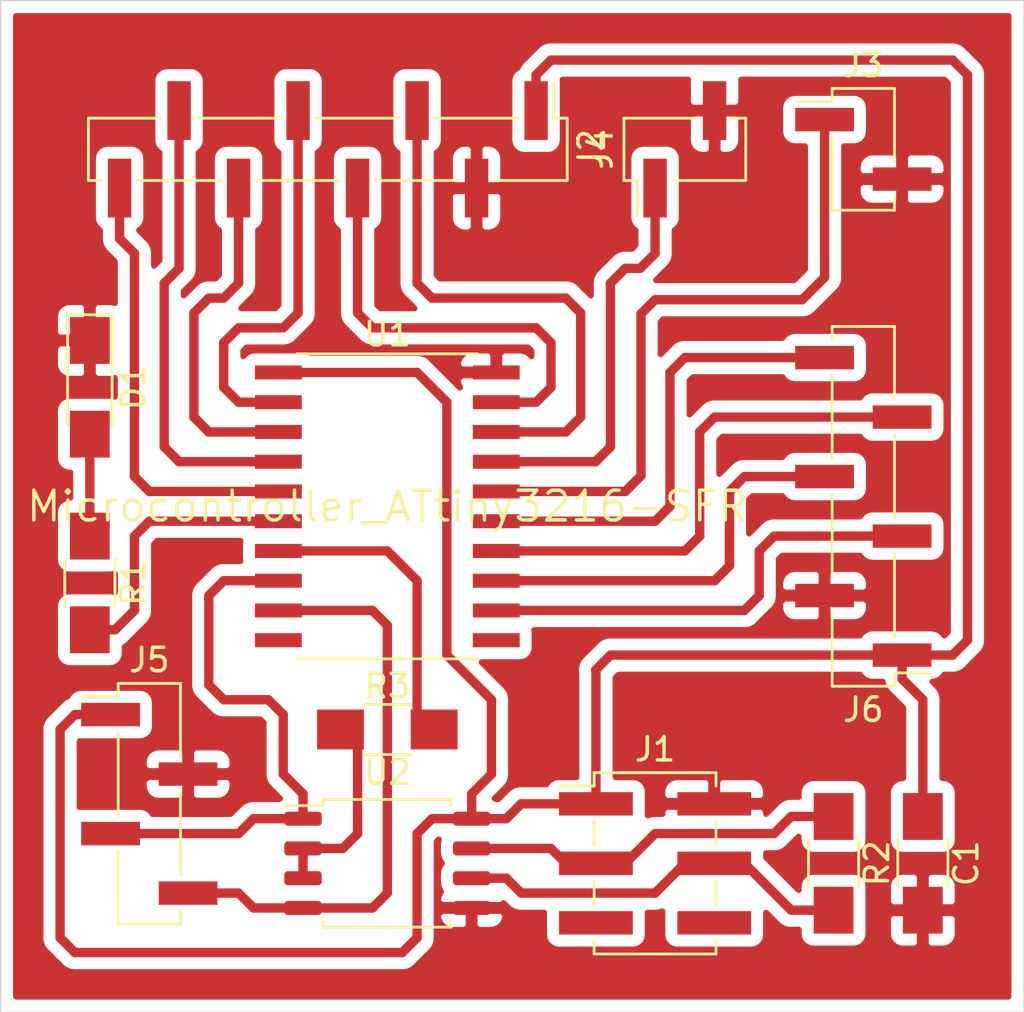
<source format=kicad_pcb>
(kicad_pcb (version 20171130) (host pcbnew 5.1.10-88a1d61d58~88~ubuntu20.04.1)

  (general
    (thickness 1.6)
    (drawings 4)
    (tracks 157)
    (zones 0)
    (modules 13)
    (nets 26)
  )

  (page A4)
  (layers
    (0 F.Cu signal)
    (31 B.Cu signal)
    (32 B.Adhes user)
    (33 F.Adhes user)
    (34 B.Paste user)
    (35 F.Paste user)
    (36 B.SilkS user)
    (37 F.SilkS user)
    (38 B.Mask user)
    (39 F.Mask user)
    (40 Dwgs.User user)
    (41 Cmts.User user)
    (42 Eco1.User user)
    (43 Eco2.User user)
    (44 Edge.Cuts user)
    (45 Margin user)
    (46 B.CrtYd user)
    (47 F.CrtYd user)
    (48 B.Fab user)
    (49 F.Fab user)
  )

  (setup
    (last_trace_width 0.4)
    (user_trace_width 0.4)
    (trace_clearance 0.2)
    (zone_clearance 0.508)
    (zone_45_only no)
    (trace_min 0.2)
    (via_size 0.8)
    (via_drill 0.4)
    (via_min_size 0.4)
    (via_min_drill 0.3)
    (uvia_size 0.3)
    (uvia_drill 0.1)
    (uvias_allowed no)
    (uvia_min_size 0.2)
    (uvia_min_drill 0.1)
    (edge_width 0.05)
    (segment_width 0.2)
    (pcb_text_width 0.3)
    (pcb_text_size 1.5 1.5)
    (mod_edge_width 0.12)
    (mod_text_size 1 1)
    (mod_text_width 0.15)
    (pad_size 1.524 1.524)
    (pad_drill 0.762)
    (pad_to_mask_clearance 0)
    (aux_axis_origin 50.8 91.44)
    (visible_elements FFFFFF7F)
    (pcbplotparams
      (layerselection 0x010fc_ffffffff)
      (usegerberextensions false)
      (usegerberattributes true)
      (usegerberadvancedattributes true)
      (creategerberjobfile true)
      (excludeedgelayer true)
      (linewidth 0.100000)
      (plotframeref false)
      (viasonmask false)
      (mode 1)
      (useauxorigin false)
      (hpglpennumber 1)
      (hpglpenspeed 20)
      (hpglpendiameter 15.000000)
      (psnegative false)
      (psa4output false)
      (plotreference true)
      (plotvalue true)
      (plotinvisibletext false)
      (padsonsilk false)
      (subtractmaskfromsilk false)
      (outputformat 1)
      (mirror false)
      (drillshape 1)
      (scaleselection 1)
      (outputdirectory ""))
  )

  (net 0 "")
  (net 1 GND)
  (net 2 VCC)
  (net 3 "Net-(J2-Pad8)")
  (net 4 "Net-(J2-Pad6)")
  (net 5 "Net-(J2-Pad4)")
  (net 6 "Net-(J2-Pad7)")
  (net 7 "Net-(J2-Pad5)")
  (net 8 "Net-(J2-Pad3)")
  (net 9 UPDI)
  (net 10 SCL)
  (net 11 SDA)
  (net 12 TX)
  (net 13 RX)
  (net 14 "Net-(J6-Pad6)")
  (net 15 "Net-(J6-Pad4)")
  (net 16 "Net-(J6-Pad5)")
  (net 17 "Net-(J6-Pad3)")
  (net 18 "Net-(D1-Pad2)")
  (net 19 DIR)
  (net 20 B)
  (net 21 A)
  (net 22 "Net-(J1-Pad6)")
  (net 23 "Net-(J1-Pad5)")
  (net 24 SEL)
  (net 25 "Net-(J4-Pad1)")

  (net_class Default "This is the default net class."
    (clearance 0.2)
    (trace_width 0.25)
    (via_dia 0.8)
    (via_drill 0.4)
    (uvia_dia 0.3)
    (uvia_drill 0.1)
    (add_net A)
    (add_net B)
    (add_net DIR)
    (add_net GND)
    (add_net "Net-(D1-Pad2)")
    (add_net "Net-(J1-Pad5)")
    (add_net "Net-(J1-Pad6)")
    (add_net "Net-(J2-Pad3)")
    (add_net "Net-(J2-Pad4)")
    (add_net "Net-(J2-Pad5)")
    (add_net "Net-(J2-Pad6)")
    (add_net "Net-(J2-Pad7)")
    (add_net "Net-(J2-Pad8)")
    (add_net "Net-(J4-Pad1)")
    (add_net "Net-(J6-Pad3)")
    (add_net "Net-(J6-Pad4)")
    (add_net "Net-(J6-Pad5)")
    (add_net "Net-(J6-Pad6)")
    (add_net RX)
    (add_net SCL)
    (add_net SDA)
    (add_net SEL)
    (add_net TX)
    (add_net UPDI)
    (add_net VCC)
  )

  (module Connector_PinHeader_2.54mm:PinHeader_1x02_P2.54mm_Vertical_SMD_Pin1Left (layer F.Cu) (tedit 59FED5CC) (tstamp 60AD4E2B)
    (at 80.01 54.61 90)
    (descr "surface-mounted straight pin header, 1x02, 2.54mm pitch, single row, style 1 (pin 1 left)")
    (tags "Surface mounted pin header SMD 1x02 2.54mm single row style1 pin1 left")
    (path /60AE142C)
    (attr smd)
    (fp_text reference J4 (at 0 -3.6 90) (layer F.SilkS)
      (effects (font (size 1 1) (thickness 0.15)))
    )
    (fp_text value Buzzer (at 0 3.6 90) (layer F.Fab)
      (effects (font (size 1 1) (thickness 0.15)))
    )
    (fp_text user %R (at 0 0) (layer F.Fab)
      (effects (font (size 1 1) (thickness 0.15)))
    )
    (fp_line (start 1.27 2.54) (end -1.27 2.54) (layer F.Fab) (width 0.1))
    (fp_line (start -0.32 -2.54) (end 1.27 -2.54) (layer F.Fab) (width 0.1))
    (fp_line (start -1.27 2.54) (end -1.27 -1.59) (layer F.Fab) (width 0.1))
    (fp_line (start -1.27 -1.59) (end -0.32 -2.54) (layer F.Fab) (width 0.1))
    (fp_line (start 1.27 -2.54) (end 1.27 2.54) (layer F.Fab) (width 0.1))
    (fp_line (start -1.27 -1.59) (end -2.54 -1.59) (layer F.Fab) (width 0.1))
    (fp_line (start -2.54 -1.59) (end -2.54 -0.95) (layer F.Fab) (width 0.1))
    (fp_line (start -2.54 -0.95) (end -1.27 -0.95) (layer F.Fab) (width 0.1))
    (fp_line (start 1.27 0.95) (end 2.54 0.95) (layer F.Fab) (width 0.1))
    (fp_line (start 2.54 0.95) (end 2.54 1.59) (layer F.Fab) (width 0.1))
    (fp_line (start 2.54 1.59) (end 1.27 1.59) (layer F.Fab) (width 0.1))
    (fp_line (start -1.33 -2.6) (end 1.33 -2.6) (layer F.SilkS) (width 0.12))
    (fp_line (start -1.33 2.6) (end 1.33 2.6) (layer F.SilkS) (width 0.12))
    (fp_line (start 1.33 -2.6) (end 1.33 0.51) (layer F.SilkS) (width 0.12))
    (fp_line (start -1.33 -2.03) (end -2.85 -2.03) (layer F.SilkS) (width 0.12))
    (fp_line (start -1.33 -2.6) (end -1.33 -2.03) (layer F.SilkS) (width 0.12))
    (fp_line (start 1.33 2.03) (end 1.33 2.6) (layer F.SilkS) (width 0.12))
    (fp_line (start -1.33 -0.51) (end -1.33 2.6) (layer F.SilkS) (width 0.12))
    (fp_line (start -3.45 -3.05) (end -3.45 3.05) (layer F.CrtYd) (width 0.05))
    (fp_line (start -3.45 3.05) (end 3.45 3.05) (layer F.CrtYd) (width 0.05))
    (fp_line (start 3.45 3.05) (end 3.45 -3.05) (layer F.CrtYd) (width 0.05))
    (fp_line (start 3.45 -3.05) (end -3.45 -3.05) (layer F.CrtYd) (width 0.05))
    (pad 2 smd rect (at 1.655 1.27 90) (size 2.51 1) (layers F.Cu F.Paste F.Mask)
      (net 1 GND))
    (pad 1 smd rect (at -1.655 -1.27 90) (size 2.51 1) (layers F.Cu F.Paste F.Mask)
      (net 25 "Net-(J4-Pad1)"))
    (model ${KISYS3DMOD}/Connector_PinHeader_2.54mm.3dshapes/PinHeader_1x02_P2.54mm_Vertical_SMD_Pin1Left.wrl
      (at (xyz 0 0 0))
      (scale (xyz 1 1 1))
      (rotate (xyz 0 0 0))
    )
  )

  (module Connector_PinHeader_2.54mm:PinHeader_2x03_P2.54mm_Vertical_SMD (layer F.Cu) (tedit 59FED5CC) (tstamp 60AC39F7)
    (at 78.74 85.09)
    (descr "surface-mounted straight pin header, 2x03, 2.54mm pitch, double rows")
    (tags "Surface mounted pin header SMD 2x03 2.54mm double row")
    (path /60ADCA83)
    (attr smd)
    (fp_text reference J1 (at 0 -4.87) (layer F.SilkS)
      (effects (font (size 1 1) (thickness 0.15)))
    )
    (fp_text value RS485 (at 0 4.87) (layer F.Fab)
      (effects (font (size 1 1) (thickness 0.15)))
    )
    (fp_line (start 2.54 3.81) (end -2.54 3.81) (layer F.Fab) (width 0.1))
    (fp_line (start -1.59 -3.81) (end 2.54 -3.81) (layer F.Fab) (width 0.1))
    (fp_line (start -2.54 3.81) (end -2.54 -2.86) (layer F.Fab) (width 0.1))
    (fp_line (start -2.54 -2.86) (end -1.59 -3.81) (layer F.Fab) (width 0.1))
    (fp_line (start 2.54 -3.81) (end 2.54 3.81) (layer F.Fab) (width 0.1))
    (fp_line (start -2.54 -2.86) (end -3.6 -2.86) (layer F.Fab) (width 0.1))
    (fp_line (start -3.6 -2.86) (end -3.6 -2.22) (layer F.Fab) (width 0.1))
    (fp_line (start -3.6 -2.22) (end -2.54 -2.22) (layer F.Fab) (width 0.1))
    (fp_line (start 2.54 -2.86) (end 3.6 -2.86) (layer F.Fab) (width 0.1))
    (fp_line (start 3.6 -2.86) (end 3.6 -2.22) (layer F.Fab) (width 0.1))
    (fp_line (start 3.6 -2.22) (end 2.54 -2.22) (layer F.Fab) (width 0.1))
    (fp_line (start -2.54 -0.32) (end -3.6 -0.32) (layer F.Fab) (width 0.1))
    (fp_line (start -3.6 -0.32) (end -3.6 0.32) (layer F.Fab) (width 0.1))
    (fp_line (start -3.6 0.32) (end -2.54 0.32) (layer F.Fab) (width 0.1))
    (fp_line (start 2.54 -0.32) (end 3.6 -0.32) (layer F.Fab) (width 0.1))
    (fp_line (start 3.6 -0.32) (end 3.6 0.32) (layer F.Fab) (width 0.1))
    (fp_line (start 3.6 0.32) (end 2.54 0.32) (layer F.Fab) (width 0.1))
    (fp_line (start -2.54 2.22) (end -3.6 2.22) (layer F.Fab) (width 0.1))
    (fp_line (start -3.6 2.22) (end -3.6 2.86) (layer F.Fab) (width 0.1))
    (fp_line (start -3.6 2.86) (end -2.54 2.86) (layer F.Fab) (width 0.1))
    (fp_line (start 2.54 2.22) (end 3.6 2.22) (layer F.Fab) (width 0.1))
    (fp_line (start 3.6 2.22) (end 3.6 2.86) (layer F.Fab) (width 0.1))
    (fp_line (start 3.6 2.86) (end 2.54 2.86) (layer F.Fab) (width 0.1))
    (fp_line (start -2.6 -3.87) (end 2.6 -3.87) (layer F.SilkS) (width 0.12))
    (fp_line (start -2.6 3.87) (end 2.6 3.87) (layer F.SilkS) (width 0.12))
    (fp_line (start -4.04 -3.3) (end -2.6 -3.3) (layer F.SilkS) (width 0.12))
    (fp_line (start -2.6 -3.87) (end -2.6 -3.3) (layer F.SilkS) (width 0.12))
    (fp_line (start 2.6 -3.87) (end 2.6 -3.3) (layer F.SilkS) (width 0.12))
    (fp_line (start -2.6 3.3) (end -2.6 3.87) (layer F.SilkS) (width 0.12))
    (fp_line (start 2.6 3.3) (end 2.6 3.87) (layer F.SilkS) (width 0.12))
    (fp_line (start -2.6 -1.78) (end -2.6 -0.76) (layer F.SilkS) (width 0.12))
    (fp_line (start 2.6 -1.78) (end 2.6 -0.76) (layer F.SilkS) (width 0.12))
    (fp_line (start -2.6 0.76) (end -2.6 1.78) (layer F.SilkS) (width 0.12))
    (fp_line (start 2.6 0.76) (end 2.6 1.78) (layer F.SilkS) (width 0.12))
    (fp_line (start -5.9 -4.35) (end -5.9 4.35) (layer F.CrtYd) (width 0.05))
    (fp_line (start -5.9 4.35) (end 5.9 4.35) (layer F.CrtYd) (width 0.05))
    (fp_line (start 5.9 4.35) (end 5.9 -4.35) (layer F.CrtYd) (width 0.05))
    (fp_line (start 5.9 -4.35) (end -5.9 -4.35) (layer F.CrtYd) (width 0.05))
    (fp_text user %R (at 0 0 90) (layer F.Fab)
      (effects (font (size 1 1) (thickness 0.15)))
    )
    (pad 6 smd rect (at 2.525 2.54) (size 3.15 1) (layers F.Cu F.Paste F.Mask)
      (net 22 "Net-(J1-Pad6)"))
    (pad 5 smd rect (at -2.525 2.54) (size 3.15 1) (layers F.Cu F.Paste F.Mask)
      (net 23 "Net-(J1-Pad5)"))
    (pad 4 smd rect (at 2.525 0) (size 3.15 1) (layers F.Cu F.Paste F.Mask)
      (net 20 B))
    (pad 3 smd rect (at -2.525 0) (size 3.15 1) (layers F.Cu F.Paste F.Mask)
      (net 21 A))
    (pad 2 smd rect (at 2.525 -2.54) (size 3.15 1) (layers F.Cu F.Paste F.Mask)
      (net 1 GND))
    (pad 1 smd rect (at -2.525 -2.54) (size 3.15 1) (layers F.Cu F.Paste F.Mask)
      (net 2 VCC))
    (model ${KISYS3DMOD}/Connector_PinHeader_2.54mm.3dshapes/PinHeader_2x03_P2.54mm_Vertical_SMD.wrl
      (at (xyz 0 0 0))
      (scale (xyz 1 1 1))
      (rotate (xyz 0 0 0))
    )
  )

  (module FabAcademy:R_1206 (layer F.Cu) (tedit 60020482) (tstamp 60AC60C0)
    (at 67.31 79.375)
    (descr "Resistor SMD 1206, hand soldering")
    (tags "resistor 1206")
    (path /60BA5B07)
    (attr smd)
    (fp_text reference R3 (at 0 -1.85) (layer F.SilkS)
      (effects (font (size 1 1) (thickness 0.15)))
    )
    (fp_text value 0 (at 0 1.9) (layer F.Fab)
      (effects (font (size 1 1) (thickness 0.15)))
    )
    (fp_line (start -1.6 0.8) (end -1.6 -0.8) (layer F.Fab) (width 0.1))
    (fp_line (start 1.6 0.8) (end -1.6 0.8) (layer F.Fab) (width 0.1))
    (fp_line (start 1.6 -0.8) (end 1.6 0.8) (layer F.Fab) (width 0.1))
    (fp_line (start -1.6 -0.8) (end 1.6 -0.8) (layer F.Fab) (width 0.1))
    (fp_line (start 1 1.07) (end -1 1.07) (layer F.SilkS) (width 0.12))
    (fp_line (start -1 -1.07) (end 1 -1.07) (layer F.SilkS) (width 0.12))
    (fp_line (start -3.25 -1.11) (end 3.25 -1.11) (layer F.CrtYd) (width 0.05))
    (fp_line (start -3.25 -1.11) (end -3.25 1.1) (layer F.CrtYd) (width 0.05))
    (fp_line (start 3.25 1.1) (end 3.25 -1.11) (layer F.CrtYd) (width 0.05))
    (fp_line (start 3.25 1.1) (end -3.25 1.1) (layer F.CrtYd) (width 0.05))
    (fp_text user %R (at 0 0) (layer F.Fab)
      (effects (font (size 0.7 0.7) (thickness 0.105)))
    )
    (pad 1 smd rect (at -2 0) (size 2 1.7) (layers F.Cu F.Paste F.Mask)
      (net 19 DIR))
    (pad 2 smd rect (at 2 0) (size 2 1.7) (layers F.Cu F.Paste F.Mask)
      (net 19 DIR))
    (model ${FAB}/fab.3dshapes/R_1206.step
      (at (xyz 0 0 0))
      (scale (xyz 1 1 1))
      (rotate (xyz 0 0 0))
    )
  )

  (module FabAcademy:C_1206 (layer F.Cu) (tedit 6002C54C) (tstamp 60AC6BCB)
    (at 90.17 85.09 270)
    (descr "Capacitor SMD 1206, hand soldering")
    (tags "capacitor 1206")
    (path /60BBDFE3)
    (attr smd)
    (fp_text reference C1 (at 0 -1.85 90) (layer F.SilkS)
      (effects (font (size 1 1) (thickness 0.15)))
    )
    (fp_text value 1uF (at 0 1.9 90) (layer F.Fab)
      (effects (font (size 1 1) (thickness 0.15)))
    )
    (fp_line (start 3.25 1.1) (end -3.25 1.1) (layer F.CrtYd) (width 0.05))
    (fp_line (start 3.25 1.1) (end 3.25 -1.11) (layer F.CrtYd) (width 0.05))
    (fp_line (start -3.25 -1.11) (end -3.25 1.1) (layer F.CrtYd) (width 0.05))
    (fp_line (start -3.25 -1.11) (end 3.25 -1.11) (layer F.CrtYd) (width 0.05))
    (fp_line (start -1 -1.07) (end 1 -1.07) (layer F.SilkS) (width 0.12))
    (fp_line (start 1 1.07) (end -1 1.07) (layer F.SilkS) (width 0.12))
    (fp_line (start -1.6 -0.8) (end 1.6 -0.8) (layer F.Fab) (width 0.1))
    (fp_line (start 1.6 -0.8) (end 1.6 0.8) (layer F.Fab) (width 0.1))
    (fp_line (start 1.6 0.8) (end -1.6 0.8) (layer F.Fab) (width 0.1))
    (fp_line (start -1.6 0.8) (end -1.6 -0.8) (layer F.Fab) (width 0.1))
    (fp_text user %R (at 0 0 90) (layer F.Fab)
      (effects (font (size 0.7 0.7) (thickness 0.105)))
    )
    (pad 1 smd rect (at -2 0 270) (size 2 1.7) (layers F.Cu F.Paste F.Mask)
      (net 2 VCC))
    (pad 2 smd rect (at 2 0 270) (size 2 1.7) (layers F.Cu F.Paste F.Mask)
      (net 1 GND))
    (model ${FAB}/fab.3dshapes/C_1206.step
      (at (xyz 0 0 0))
      (scale (xyz 1 1 1))
      (rotate (xyz 0 0 0))
    )
  )

  (module Connector_PinHeader_2.54mm:PinHeader_1x02_P2.54mm_Vertical_SMD_Pin1Left (layer F.Cu) (tedit 59FED5CC) (tstamp 60AC8AD8)
    (at 87.63 54.61)
    (descr "surface-mounted straight pin header, 1x02, 2.54mm pitch, single row, style 1 (pin 1 left)")
    (tags "Surface mounted pin header SMD 1x02 2.54mm single row style1 pin1 left")
    (path /60AD7B24)
    (attr smd)
    (fp_text reference J3 (at 0 -3.6) (layer F.SilkS)
      (effects (font (size 1 1) (thickness 0.15)))
    )
    (fp_text value UPDI (at 0 3.6) (layer F.Fab)
      (effects (font (size 1 1) (thickness 0.15)))
    )
    (fp_line (start 3.45 -3.05) (end -3.45 -3.05) (layer F.CrtYd) (width 0.05))
    (fp_line (start 3.45 3.05) (end 3.45 -3.05) (layer F.CrtYd) (width 0.05))
    (fp_line (start -3.45 3.05) (end 3.45 3.05) (layer F.CrtYd) (width 0.05))
    (fp_line (start -3.45 -3.05) (end -3.45 3.05) (layer F.CrtYd) (width 0.05))
    (fp_line (start -1.33 -0.51) (end -1.33 2.6) (layer F.SilkS) (width 0.12))
    (fp_line (start 1.33 2.03) (end 1.33 2.6) (layer F.SilkS) (width 0.12))
    (fp_line (start -1.33 -2.6) (end -1.33 -2.03) (layer F.SilkS) (width 0.12))
    (fp_line (start -1.33 -2.03) (end -2.85 -2.03) (layer F.SilkS) (width 0.12))
    (fp_line (start 1.33 -2.6) (end 1.33 0.51) (layer F.SilkS) (width 0.12))
    (fp_line (start -1.33 2.6) (end 1.33 2.6) (layer F.SilkS) (width 0.12))
    (fp_line (start -1.33 -2.6) (end 1.33 -2.6) (layer F.SilkS) (width 0.12))
    (fp_line (start 2.54 1.59) (end 1.27 1.59) (layer F.Fab) (width 0.1))
    (fp_line (start 2.54 0.95) (end 2.54 1.59) (layer F.Fab) (width 0.1))
    (fp_line (start 1.27 0.95) (end 2.54 0.95) (layer F.Fab) (width 0.1))
    (fp_line (start -2.54 -0.95) (end -1.27 -0.95) (layer F.Fab) (width 0.1))
    (fp_line (start -2.54 -1.59) (end -2.54 -0.95) (layer F.Fab) (width 0.1))
    (fp_line (start -1.27 -1.59) (end -2.54 -1.59) (layer F.Fab) (width 0.1))
    (fp_line (start 1.27 -2.54) (end 1.27 2.54) (layer F.Fab) (width 0.1))
    (fp_line (start -1.27 -1.59) (end -0.32 -2.54) (layer F.Fab) (width 0.1))
    (fp_line (start -1.27 2.54) (end -1.27 -1.59) (layer F.Fab) (width 0.1))
    (fp_line (start -0.32 -2.54) (end 1.27 -2.54) (layer F.Fab) (width 0.1))
    (fp_line (start 1.27 2.54) (end -1.27 2.54) (layer F.Fab) (width 0.1))
    (fp_text user %R (at 0 0 90) (layer F.Fab)
      (effects (font (size 1 1) (thickness 0.15)))
    )
    (pad 2 smd rect (at 1.655 1.27) (size 2.51 1) (layers F.Cu F.Paste F.Mask)
      (net 1 GND))
    (pad 1 smd rect (at -1.655 -1.27) (size 2.51 1) (layers F.Cu F.Paste F.Mask)
      (net 9 UPDI))
    (model ${KISYS3DMOD}/Connector_PinHeader_2.54mm.3dshapes/PinHeader_1x02_P2.54mm_Vertical_SMD_Pin1Left.wrl
      (at (xyz 0 0 0))
      (scale (xyz 1 1 1))
      (rotate (xyz 0 0 0))
    )
  )

  (module FabAcademy:SOIC-20_7.5x12.8mm_P1.27mm (layer F.Cu) (tedit 600301A3) (tstamp 60AC7027)
    (at 67.31 69.85)
    (descr "SOIC, 20 Pin, fab version")
    (tags "SOIC fab")
    (path /60A971BB)
    (attr smd)
    (fp_text reference U1 (at 0 -7.35) (layer F.SilkS)
      (effects (font (size 1 1) (thickness 0.15)))
    )
    (fp_text value Microcontroller_ATtiny3216-SFR (at 0 0) (layer F.SilkS)
      (effects (font (size 1.27 1.27) (thickness 0.15)))
    )
    (fp_line (start -5.95 6.75) (end -5.95 -6.75) (layer B.CrtYd) (width 0.05))
    (fp_line (start 6 6.75) (end -5.95 6.75) (layer B.CrtYd) (width 0.05))
    (fp_line (start 6 -6.75) (end 6 6.75) (layer B.CrtYd) (width 0.05))
    (fp_line (start -5.95 -6.75) (end 6 -6.75) (layer B.CrtYd) (width 0.05))
    (fp_line (start 0 6.51) (end 3.86 6.51) (layer F.SilkS) (width 0.12))
    (fp_line (start 0 6.51) (end -3.86 6.51) (layer F.SilkS) (width 0.12))
    (fp_line (start 0 -6.51) (end 3.86 -6.51) (layer F.SilkS) (width 0.12))
    (fp_line (start 0 -6.51) (end -3.86 -6.51) (layer F.SilkS) (width 0.12))
    (fp_line (start -2.75 -6.4) (end 3.75 -6.4) (layer F.Fab) (width 0.1))
    (fp_line (start 3.75 -6.4) (end 3.75 6.4) (layer F.Fab) (width 0.1))
    (fp_line (start 3.75 6.4) (end -3.75 6.4) (layer F.Fab) (width 0.1))
    (fp_line (start -3.75 6.4) (end -3.75 -5.4) (layer F.Fab) (width 0.1))
    (fp_line (start -3.75 -5.4) (end -2.75 -6.4) (layer F.Fab) (width 0.1))
    (fp_text user %R (at 0 0) (layer B.CrtYd)
      (effects (font (size 1 1) (thickness 0.15)))
    )
    (pad 20 smd rect (at 4.65 -5.715) (size 2 0.6) (layers F.Cu F.Paste F.Mask)
      (net 1 GND))
    (pad 19 smd rect (at 4.65 -4.445) (size 2 0.6) (layers F.Cu F.Paste F.Mask)
      (net 5 "Net-(J2-Pad4)"))
    (pad 18 smd rect (at 4.65 -3.175) (size 2 0.6) (layers F.Cu F.Paste F.Mask)
      (net 8 "Net-(J2-Pad3)"))
    (pad 17 smd rect (at 4.65 -1.905) (size 2 0.6) (layers F.Cu F.Paste F.Mask)
      (net 25 "Net-(J4-Pad1)"))
    (pad 16 smd rect (at 4.65 -0.635) (size 2 0.6) (layers F.Cu F.Paste F.Mask)
      (net 9 UPDI))
    (pad 15 smd rect (at 4.65 0.635) (size 2 0.6) (layers F.Cu F.Paste F.Mask)
      (net 14 "Net-(J6-Pad6)"))
    (pad 14 smd rect (at 4.65 1.905) (size 2 0.6) (layers F.Cu F.Paste F.Mask)
      (net 16 "Net-(J6-Pad5)"))
    (pad 13 smd rect (at 4.65 3.175) (size 2 0.6) (layers F.Cu F.Paste F.Mask)
      (net 15 "Net-(J6-Pad4)"))
    (pad 12 smd rect (at 4.65 4.445) (size 2 0.6) (layers F.Cu F.Paste F.Mask)
      (net 17 "Net-(J6-Pad3)"))
    (pad 11 smd rect (at 4.65 5.715) (size 2 0.6) (layers F.Cu F.Paste F.Mask)
      (net 10 SCL))
    (pad 10 smd rect (at -4.65 5.715) (size 2 0.6) (layers F.Cu F.Paste F.Mask)
      (net 11 SDA))
    (pad 9 smd rect (at -4.65 4.445) (size 2 0.6) (layers F.Cu F.Paste F.Mask)
      (net 12 TX))
    (pad 8 smd rect (at -4.65 3.175) (size 2 0.6) (layers F.Cu F.Paste F.Mask)
      (net 13 RX))
    (pad 7 smd rect (at -4.65 1.905) (size 2 0.6) (layers F.Cu F.Paste F.Mask)
      (net 19 DIR))
    (pad 6 smd rect (at -4.65 0.635) (size 2 0.6) (layers F.Cu F.Paste F.Mask)
      (net 24 SEL))
    (pad 5 smd rect (at -4.65 -0.635) (size 2 0.6) (layers F.Cu F.Paste F.Mask)
      (net 3 "Net-(J2-Pad8)"))
    (pad 4 smd rect (at -4.65 -1.905) (size 2 0.6) (layers F.Cu F.Paste F.Mask)
      (net 6 "Net-(J2-Pad7)"))
    (pad 3 smd rect (at -4.65 -3.175) (size 2 0.6) (layers F.Cu F.Paste F.Mask)
      (net 4 "Net-(J2-Pad6)"))
    (pad 2 smd rect (at -4.65 -4.445) (size 2 0.6) (layers F.Cu F.Paste F.Mask)
      (net 7 "Net-(J2-Pad5)"))
    (pad 1 smd rect (at -4.65 -5.715) (size 2 0.6) (layers F.Cu F.Paste F.Mask)
      (net 2 VCC))
    (model ${FAB}/fab.3dshapes/SOIC-20_7.5x12.8mm_P1.27mm.step
      (at (xyz 0 0 0))
      (scale (xyz 1 1 1))
      (rotate (xyz 0 0 0))
    )
  )

  (module FabAcademy:R_1206 (layer F.Cu) (tedit 60020482) (tstamp 60AC6C97)
    (at 86.36 85.09 270)
    (descr "Resistor SMD 1206, hand soldering")
    (tags "resistor 1206")
    (path /60B8E29B)
    (attr smd)
    (fp_text reference R2 (at 0 -1.85 90) (layer F.SilkS)
      (effects (font (size 1 1) (thickness 0.15)))
    )
    (fp_text value 120 (at 0 1.9 90) (layer F.Fab)
      (effects (font (size 1 1) (thickness 0.15)))
    )
    (fp_line (start 3.25 1.1) (end -3.25 1.1) (layer F.CrtYd) (width 0.05))
    (fp_line (start 3.25 1.1) (end 3.25 -1.11) (layer F.CrtYd) (width 0.05))
    (fp_line (start -3.25 -1.11) (end -3.25 1.1) (layer F.CrtYd) (width 0.05))
    (fp_line (start -3.25 -1.11) (end 3.25 -1.11) (layer F.CrtYd) (width 0.05))
    (fp_line (start -1 -1.07) (end 1 -1.07) (layer F.SilkS) (width 0.12))
    (fp_line (start 1 1.07) (end -1 1.07) (layer F.SilkS) (width 0.12))
    (fp_line (start -1.6 -0.8) (end 1.6 -0.8) (layer F.Fab) (width 0.1))
    (fp_line (start 1.6 -0.8) (end 1.6 0.8) (layer F.Fab) (width 0.1))
    (fp_line (start 1.6 0.8) (end -1.6 0.8) (layer F.Fab) (width 0.1))
    (fp_line (start -1.6 0.8) (end -1.6 -0.8) (layer F.Fab) (width 0.1))
    (fp_text user %R (at 0 0 90) (layer F.Fab)
      (effects (font (size 0.7 0.7) (thickness 0.105)))
    )
    (pad 1 smd rect (at -2 0 270) (size 2 1.7) (layers F.Cu F.Paste F.Mask)
      (net 21 A))
    (pad 2 smd rect (at 2 0 270) (size 2 1.7) (layers F.Cu F.Paste F.Mask)
      (net 20 B))
    (model ${FAB}/fab.3dshapes/R_1206.step
      (at (xyz 0 0 0))
      (scale (xyz 1 1 1))
      (rotate (xyz 0 0 0))
    )
  )

  (module Package_SO:SOIC-8_5.23x5.23mm_P1.27mm (layer F.Cu) (tedit 5D9F72B1) (tstamp 60AC6F60)
    (at 67.31 85.09)
    (descr "SOIC, 8 Pin (http://www.winbond.com/resource-files/w25q32jv%20revg%2003272018%20plus.pdf#page=68), generated with kicad-footprint-generator ipc_gullwing_generator.py")
    (tags "SOIC SO")
    (path /60ABB043)
    (attr smd)
    (fp_text reference U2 (at 0 -3.88) (layer F.SilkS)
      (effects (font (size 1 1) (thickness 0.15)))
    )
    (fp_text value MAX485E (at 0 3.81) (layer F.Fab)
      (effects (font (size 1 1) (thickness 0.15)))
    )
    (fp_line (start 4.65 -2.86) (end -4.65 -2.86) (layer F.CrtYd) (width 0.05))
    (fp_line (start 4.65 2.86) (end 4.65 -2.86) (layer F.CrtYd) (width 0.05))
    (fp_line (start -4.65 2.86) (end 4.65 2.86) (layer F.CrtYd) (width 0.05))
    (fp_line (start -4.65 -2.86) (end -4.65 2.86) (layer F.CrtYd) (width 0.05))
    (fp_line (start -2.615 -1.615) (end -1.615 -2.615) (layer F.Fab) (width 0.1))
    (fp_line (start -2.615 2.615) (end -2.615 -1.615) (layer F.Fab) (width 0.1))
    (fp_line (start 2.615 2.615) (end -2.615 2.615) (layer F.Fab) (width 0.1))
    (fp_line (start 2.615 -2.615) (end 2.615 2.615) (layer F.Fab) (width 0.1))
    (fp_line (start -1.615 -2.615) (end 2.615 -2.615) (layer F.Fab) (width 0.1))
    (fp_line (start -2.725 -2.465) (end -4.4 -2.465) (layer F.SilkS) (width 0.12))
    (fp_line (start -2.725 -2.725) (end -2.725 -2.465) (layer F.SilkS) (width 0.12))
    (fp_line (start 0 -2.725) (end -2.725 -2.725) (layer F.SilkS) (width 0.12))
    (fp_line (start 2.725 -2.725) (end 2.725 -2.465) (layer F.SilkS) (width 0.12))
    (fp_line (start 0 -2.725) (end 2.725 -2.725) (layer F.SilkS) (width 0.12))
    (fp_line (start -2.725 2.725) (end -2.725 2.465) (layer F.SilkS) (width 0.12))
    (fp_line (start 0 2.725) (end -2.725 2.725) (layer F.SilkS) (width 0.12))
    (fp_line (start 2.725 2.725) (end 2.725 2.465) (layer F.SilkS) (width 0.12))
    (fp_line (start 0 2.725) (end 2.725 2.725) (layer F.SilkS) (width 0.12))
    (fp_text user %R (at 0 0) (layer F.Fab)
      (effects (font (size 1 1) (thickness 0.15)))
    )
    (pad 8 smd roundrect (at 3.6 -1.905) (size 1.6 0.6) (layers F.Cu F.Paste F.Mask) (roundrect_rratio 0.25)
      (net 2 VCC))
    (pad 7 smd roundrect (at 3.6 -0.635) (size 1.6 0.6) (layers F.Cu F.Paste F.Mask) (roundrect_rratio 0.25)
      (net 21 A))
    (pad 6 smd roundrect (at 3.6 0.635) (size 1.6 0.6) (layers F.Cu F.Paste F.Mask) (roundrect_rratio 0.25)
      (net 20 B))
    (pad 5 smd roundrect (at 3.6 1.905) (size 1.6 0.6) (layers F.Cu F.Paste F.Mask) (roundrect_rratio 0.25)
      (net 1 GND))
    (pad 4 smd roundrect (at -3.6 1.905) (size 1.6 0.6) (layers F.Cu F.Paste F.Mask) (roundrect_rratio 0.25)
      (net 12 TX))
    (pad 3 smd roundrect (at -3.6 0.635) (size 1.6 0.6) (layers F.Cu F.Paste F.Mask) (roundrect_rratio 0.25)
      (net 19 DIR))
    (pad 2 smd roundrect (at -3.6 -0.635) (size 1.6 0.6) (layers F.Cu F.Paste F.Mask) (roundrect_rratio 0.25)
      (net 19 DIR))
    (pad 1 smd roundrect (at -3.6 -1.905) (size 1.6 0.6) (layers F.Cu F.Paste F.Mask) (roundrect_rratio 0.25)
      (net 13 RX))
    (model ${KISYS3DMOD}/Package_SO.3dshapes/SOIC-8_5.23x5.23mm_P1.27mm.wrl
      (at (xyz 0 0 0))
      (scale (xyz 1 1 1))
      (rotate (xyz 0 0 0))
    )
  )

  (module Connector_PinHeader_2.54mm:PinHeader_1x04_P2.54mm_Vertical_SMD_Pin1Left (layer F.Cu) (tedit 59FED5CC) (tstamp 60AC7F31)
    (at 57.15 82.55)
    (descr "surface-mounted straight pin header, 1x04, 2.54mm pitch, single row, style 1 (pin 1 left)")
    (tags "Surface mounted pin header SMD 1x04 2.54mm single row style1 pin1 left")
    (path /60AE2610)
    (attr smd)
    (fp_text reference J5 (at 0 -6.14) (layer F.SilkS)
      (effects (font (size 1 1) (thickness 0.15)))
    )
    (fp_text value Serial (at 0 6.14) (layer F.Fab)
      (effects (font (size 1 1) (thickness 0.15)))
    )
    (fp_line (start 1.27 5.08) (end -1.27 5.08) (layer F.Fab) (width 0.1))
    (fp_line (start -0.32 -5.08) (end 1.27 -5.08) (layer F.Fab) (width 0.1))
    (fp_line (start -1.27 5.08) (end -1.27 -4.13) (layer F.Fab) (width 0.1))
    (fp_line (start -1.27 -4.13) (end -0.32 -5.08) (layer F.Fab) (width 0.1))
    (fp_line (start 1.27 -5.08) (end 1.27 5.08) (layer F.Fab) (width 0.1))
    (fp_line (start -1.27 -4.13) (end -2.54 -4.13) (layer F.Fab) (width 0.1))
    (fp_line (start -2.54 -4.13) (end -2.54 -3.49) (layer F.Fab) (width 0.1))
    (fp_line (start -2.54 -3.49) (end -1.27 -3.49) (layer F.Fab) (width 0.1))
    (fp_line (start -1.27 0.95) (end -2.54 0.95) (layer F.Fab) (width 0.1))
    (fp_line (start -2.54 0.95) (end -2.54 1.59) (layer F.Fab) (width 0.1))
    (fp_line (start -2.54 1.59) (end -1.27 1.59) (layer F.Fab) (width 0.1))
    (fp_line (start 1.27 -1.59) (end 2.54 -1.59) (layer F.Fab) (width 0.1))
    (fp_line (start 2.54 -1.59) (end 2.54 -0.95) (layer F.Fab) (width 0.1))
    (fp_line (start 2.54 -0.95) (end 1.27 -0.95) (layer F.Fab) (width 0.1))
    (fp_line (start 1.27 3.49) (end 2.54 3.49) (layer F.Fab) (width 0.1))
    (fp_line (start 2.54 3.49) (end 2.54 4.13) (layer F.Fab) (width 0.1))
    (fp_line (start 2.54 4.13) (end 1.27 4.13) (layer F.Fab) (width 0.1))
    (fp_line (start -1.33 -5.14) (end 1.33 -5.14) (layer F.SilkS) (width 0.12))
    (fp_line (start -1.33 5.14) (end 1.33 5.14) (layer F.SilkS) (width 0.12))
    (fp_line (start 1.33 -5.14) (end 1.33 -2.03) (layer F.SilkS) (width 0.12))
    (fp_line (start -1.33 -4.57) (end -2.85 -4.57) (layer F.SilkS) (width 0.12))
    (fp_line (start -1.33 -5.14) (end -1.33 -4.57) (layer F.SilkS) (width 0.12))
    (fp_line (start 1.33 4.57) (end 1.33 5.14) (layer F.SilkS) (width 0.12))
    (fp_line (start 1.33 -0.51) (end 1.33 3.05) (layer F.SilkS) (width 0.12))
    (fp_line (start -1.33 -3.05) (end -1.33 0.51) (layer F.SilkS) (width 0.12))
    (fp_line (start -1.33 2.03) (end -1.33 5.14) (layer F.SilkS) (width 0.12))
    (fp_line (start -3.45 -5.6) (end -3.45 5.6) (layer F.CrtYd) (width 0.05))
    (fp_line (start -3.45 5.6) (end 3.45 5.6) (layer F.CrtYd) (width 0.05))
    (fp_line (start 3.45 5.6) (end 3.45 -5.6) (layer F.CrtYd) (width 0.05))
    (fp_line (start 3.45 -5.6) (end -3.45 -5.6) (layer F.CrtYd) (width 0.05))
    (fp_text user %R (at 0 0 90) (layer F.Fab)
      (effects (font (size 1 1) (thickness 0.15)))
    )
    (pad 4 smd rect (at 1.655 3.81) (size 2.51 1) (layers F.Cu F.Paste F.Mask)
      (net 12 TX))
    (pad 2 smd rect (at 1.655 -1.27) (size 2.51 1) (layers F.Cu F.Paste F.Mask)
      (net 1 GND))
    (pad 3 smd rect (at -1.655 1.27) (size 2.51 1) (layers F.Cu F.Paste F.Mask)
      (net 13 RX))
    (pad 1 smd rect (at -1.655 -3.81) (size 2.51 1) (layers F.Cu F.Paste F.Mask)
      (net 2 VCC))
    (model ${KISYS3DMOD}/Connector_PinHeader_2.54mm.3dshapes/PinHeader_1x04_P2.54mm_Vertical_SMD_Pin1Left.wrl
      (at (xyz 0 0 0))
      (scale (xyz 1 1 1))
      (rotate (xyz 0 0 0))
    )
  )

  (module FabAcademy:R_1206 (layer F.Cu) (tedit 60020482) (tstamp 60AC6CCA)
    (at 54.61 73.12 270)
    (descr "Resistor SMD 1206, hand soldering")
    (tags "resistor 1206")
    (path /60B1A060)
    (attr smd)
    (fp_text reference R1 (at 0 -1.85 90) (layer F.SilkS)
      (effects (font (size 1 1) (thickness 0.15)))
    )
    (fp_text value 180 (at -0.34 2.14 90) (layer F.Fab)
      (effects (font (size 1 1) (thickness 0.15)))
    )
    (fp_line (start -1.6 0.8) (end -1.6 -0.8) (layer F.Fab) (width 0.1))
    (fp_line (start 1.6 0.8) (end -1.6 0.8) (layer F.Fab) (width 0.1))
    (fp_line (start 1.6 -0.8) (end 1.6 0.8) (layer F.Fab) (width 0.1))
    (fp_line (start -1.6 -0.8) (end 1.6 -0.8) (layer F.Fab) (width 0.1))
    (fp_line (start 1 1.07) (end -1 1.07) (layer F.SilkS) (width 0.12))
    (fp_line (start -1 -1.07) (end 1 -1.07) (layer F.SilkS) (width 0.12))
    (fp_line (start -3.25 -1.11) (end 3.25 -1.11) (layer F.CrtYd) (width 0.05))
    (fp_line (start -3.25 -1.11) (end -3.25 1.1) (layer F.CrtYd) (width 0.05))
    (fp_line (start 3.25 1.1) (end 3.25 -1.11) (layer F.CrtYd) (width 0.05))
    (fp_line (start 3.25 1.1) (end -3.25 1.1) (layer F.CrtYd) (width 0.05))
    (fp_text user %R (at 0 0 90) (layer F.Fab)
      (effects (font (size 0.7 0.7) (thickness 0.105)))
    )
    (pad 1 smd rect (at -2 0 270) (size 2 1.7) (layers F.Cu F.Paste F.Mask)
      (net 18 "Net-(D1-Pad2)"))
    (pad 2 smd rect (at 2 0 270) (size 2 1.7) (layers F.Cu F.Paste F.Mask)
      (net 24 SEL))
    (model ${FAB}/fab.3dshapes/R_1206.step
      (at (xyz 0 0 0))
      (scale (xyz 1 1 1))
      (rotate (xyz 0 0 0))
    )
  )

  (module FabAcademy:LED_1206 (layer F.Cu) (tedit 595FC724) (tstamp 60AC6FD1)
    (at 54.61 64.77 270)
    (descr "LED SMD 1206, hand soldering")
    (tags "LED 1206")
    (path /60B194C2)
    (attr smd)
    (fp_text reference D1 (at 0 -1.85 90) (layer F.SilkS)
      (effects (font (size 1 1) (thickness 0.15)))
    )
    (fp_text value LED (at 0 1.9 90) (layer F.Fab)
      (effects (font (size 1 1) (thickness 0.15)))
    )
    (fp_line (start 3.25 1.1) (end -3.25 1.1) (layer F.CrtYd) (width 0.05))
    (fp_line (start 3.25 1.1) (end 3.25 -1.11) (layer F.CrtYd) (width 0.05))
    (fp_line (start -3.25 -1.11) (end -3.25 1.1) (layer F.CrtYd) (width 0.05))
    (fp_line (start -3.25 -1.11) (end 3.25 -1.11) (layer F.CrtYd) (width 0.05))
    (fp_line (start -3.1 -0.95) (end 1.6 -0.95) (layer F.SilkS) (width 0.12))
    (fp_line (start -3.1 0.95) (end 1.6 0.95) (layer F.SilkS) (width 0.12))
    (fp_line (start -1.6 -0.8) (end 1.6 -0.8) (layer F.Fab) (width 0.1))
    (fp_line (start 1.6 -0.8) (end 1.6 0.8) (layer F.Fab) (width 0.1))
    (fp_line (start 1.6 0.8) (end -1.6 0.8) (layer F.Fab) (width 0.1))
    (fp_line (start -1.6 0.8) (end -1.6 -0.8) (layer F.Fab) (width 0.1))
    (fp_line (start -0.45 -0.4) (end -0.45 0.4) (layer F.Fab) (width 0.1))
    (fp_line (start 0.2 0.4) (end -0.4 0) (layer F.Fab) (width 0.1))
    (fp_line (start 0.2 -0.4) (end 0.2 0.4) (layer F.Fab) (width 0.1))
    (fp_line (start -0.4 0) (end 0.2 -0.4) (layer F.Fab) (width 0.1))
    (fp_line (start -3.1 -0.95) (end -3.1 0.95) (layer F.SilkS) (width 0.12))
    (pad 1 smd rect (at -2 0 270) (size 2 1.7) (layers F.Cu F.Paste F.Mask)
      (net 1 GND))
    (pad 2 smd rect (at 2 0 270) (size 2 1.7) (layers F.Cu F.Paste F.Mask)
      (net 18 "Net-(D1-Pad2)"))
    (model ${KISYS3DMOD}/LEDs.3dshapes/LED_1206.wrl
      (at (xyz 0 0 0))
      (scale (xyz 1 1 1))
      (rotate (xyz 0 0 180))
    )
  )

  (module Connector_PinHeader_2.54mm:PinHeader_1x08_P2.54mm_Vertical_SMD_Pin1Left (layer F.Cu) (tedit 59FED5CC) (tstamp 60AC6EB0)
    (at 64.77 54.61 270)
    (descr "surface-mounted straight pin header, 1x08, 2.54mm pitch, single row, style 1 (pin 1 left)")
    (tags "Surface mounted pin header SMD 1x08 2.54mm single row style1 pin1 left")
    (path /60ACE0F3)
    (attr smd)
    (fp_text reference J2 (at 0 -11.22 90) (layer F.SilkS)
      (effects (font (size 1 1) (thickness 0.15)))
    )
    (fp_text value display (at 0 11.22 90) (layer F.Fab)
      (effects (font (size 1 1) (thickness 0.15)))
    )
    (fp_line (start 1.27 10.16) (end -1.27 10.16) (layer F.Fab) (width 0.1))
    (fp_line (start -0.32 -10.16) (end 1.27 -10.16) (layer F.Fab) (width 0.1))
    (fp_line (start -1.27 10.16) (end -1.27 -9.21) (layer F.Fab) (width 0.1))
    (fp_line (start -1.27 -9.21) (end -0.32 -10.16) (layer F.Fab) (width 0.1))
    (fp_line (start 1.27 -10.16) (end 1.27 10.16) (layer F.Fab) (width 0.1))
    (fp_line (start -1.27 -9.21) (end -2.54 -9.21) (layer F.Fab) (width 0.1))
    (fp_line (start -2.54 -9.21) (end -2.54 -8.57) (layer F.Fab) (width 0.1))
    (fp_line (start -2.54 -8.57) (end -1.27 -8.57) (layer F.Fab) (width 0.1))
    (fp_line (start -1.27 -4.13) (end -2.54 -4.13) (layer F.Fab) (width 0.1))
    (fp_line (start -2.54 -4.13) (end -2.54 -3.49) (layer F.Fab) (width 0.1))
    (fp_line (start -2.54 -3.49) (end -1.27 -3.49) (layer F.Fab) (width 0.1))
    (fp_line (start -1.27 0.95) (end -2.54 0.95) (layer F.Fab) (width 0.1))
    (fp_line (start -2.54 0.95) (end -2.54 1.59) (layer F.Fab) (width 0.1))
    (fp_line (start -2.54 1.59) (end -1.27 1.59) (layer F.Fab) (width 0.1))
    (fp_line (start -1.27 6.03) (end -2.54 6.03) (layer F.Fab) (width 0.1))
    (fp_line (start -2.54 6.03) (end -2.54 6.67) (layer F.Fab) (width 0.1))
    (fp_line (start -2.54 6.67) (end -1.27 6.67) (layer F.Fab) (width 0.1))
    (fp_line (start 1.27 -6.67) (end 2.54 -6.67) (layer F.Fab) (width 0.1))
    (fp_line (start 2.54 -6.67) (end 2.54 -6.03) (layer F.Fab) (width 0.1))
    (fp_line (start 2.54 -6.03) (end 1.27 -6.03) (layer F.Fab) (width 0.1))
    (fp_line (start 1.27 -1.59) (end 2.54 -1.59) (layer F.Fab) (width 0.1))
    (fp_line (start 2.54 -1.59) (end 2.54 -0.95) (layer F.Fab) (width 0.1))
    (fp_line (start 2.54 -0.95) (end 1.27 -0.95) (layer F.Fab) (width 0.1))
    (fp_line (start 1.27 3.49) (end 2.54 3.49) (layer F.Fab) (width 0.1))
    (fp_line (start 2.54 3.49) (end 2.54 4.13) (layer F.Fab) (width 0.1))
    (fp_line (start 2.54 4.13) (end 1.27 4.13) (layer F.Fab) (width 0.1))
    (fp_line (start 1.27 8.57) (end 2.54 8.57) (layer F.Fab) (width 0.1))
    (fp_line (start 2.54 8.57) (end 2.54 9.21) (layer F.Fab) (width 0.1))
    (fp_line (start 2.54 9.21) (end 1.27 9.21) (layer F.Fab) (width 0.1))
    (fp_line (start -1.33 -10.22) (end 1.33 -10.22) (layer F.SilkS) (width 0.12))
    (fp_line (start -1.33 10.22) (end 1.33 10.22) (layer F.SilkS) (width 0.12))
    (fp_line (start 1.33 -10.22) (end 1.33 -7.11) (layer F.SilkS) (width 0.12))
    (fp_line (start -1.33 -9.65) (end -2.85 -9.65) (layer F.SilkS) (width 0.12))
    (fp_line (start -1.33 -10.22) (end -1.33 -9.65) (layer F.SilkS) (width 0.12))
    (fp_line (start 1.33 9.65) (end 1.33 10.22) (layer F.SilkS) (width 0.12))
    (fp_line (start 1.33 -5.59) (end 1.33 -2.03) (layer F.SilkS) (width 0.12))
    (fp_line (start 1.33 -0.51) (end 1.33 3.05) (layer F.SilkS) (width 0.12))
    (fp_line (start 1.33 4.57) (end 1.33 8.13) (layer F.SilkS) (width 0.12))
    (fp_line (start -1.33 -8.13) (end -1.33 -4.57) (layer F.SilkS) (width 0.12))
    (fp_line (start -1.33 -3.05) (end -1.33 0.51) (layer F.SilkS) (width 0.12))
    (fp_line (start -1.33 2.03) (end -1.33 5.59) (layer F.SilkS) (width 0.12))
    (fp_line (start -1.33 7.11) (end -1.33 10.22) (layer F.SilkS) (width 0.12))
    (fp_line (start -3.45 -10.7) (end -3.45 10.7) (layer F.CrtYd) (width 0.05))
    (fp_line (start -3.45 10.7) (end 3.45 10.7) (layer F.CrtYd) (width 0.05))
    (fp_line (start 3.45 10.7) (end 3.45 -10.7) (layer F.CrtYd) (width 0.05))
    (fp_line (start 3.45 -10.7) (end -3.45 -10.7) (layer F.CrtYd) (width 0.05))
    (fp_text user %R (at 0 0) (layer F.Fab)
      (effects (font (size 1 1) (thickness 0.15)))
    )
    (pad 8 smd rect (at 1.655 8.89 270) (size 2.51 1) (layers F.Cu F.Paste F.Mask)
      (net 3 "Net-(J2-Pad8)"))
    (pad 6 smd rect (at 1.655 3.81 270) (size 2.51 1) (layers F.Cu F.Paste F.Mask)
      (net 4 "Net-(J2-Pad6)"))
    (pad 4 smd rect (at 1.655 -1.27 270) (size 2.51 1) (layers F.Cu F.Paste F.Mask)
      (net 5 "Net-(J2-Pad4)"))
    (pad 2 smd rect (at 1.655 -6.35 270) (size 2.51 1) (layers F.Cu F.Paste F.Mask)
      (net 1 GND))
    (pad 7 smd rect (at -1.655 6.35 270) (size 2.51 1) (layers F.Cu F.Paste F.Mask)
      (net 6 "Net-(J2-Pad7)"))
    (pad 5 smd rect (at -1.655 1.27 270) (size 2.51 1) (layers F.Cu F.Paste F.Mask)
      (net 7 "Net-(J2-Pad5)"))
    (pad 3 smd rect (at -1.655 -3.81 270) (size 2.51 1) (layers F.Cu F.Paste F.Mask)
      (net 8 "Net-(J2-Pad3)"))
    (pad 1 smd rect (at -1.655 -8.89 270) (size 2.51 1) (layers F.Cu F.Paste F.Mask)
      (net 2 VCC))
    (model ${KISYS3DMOD}/Connector_PinHeader_2.54mm.3dshapes/PinHeader_1x08_P2.54mm_Vertical_SMD_Pin1Left.wrl
      (at (xyz 0 0 0))
      (scale (xyz 1 1 1))
      (rotate (xyz 0 0 0))
    )
  )

  (module Connector_PinHeader_2.54mm:PinHeader_1x06_P2.54mm_Vertical_SMD_Pin1Left (layer F.Cu) (tedit 59FED5CC) (tstamp 60AC6DD4)
    (at 87.63 69.85 180)
    (descr "surface-mounted straight pin header, 1x06, 2.54mm pitch, single row, style 1 (pin 1 left)")
    (tags "Surface mounted pin header SMD 1x06 2.54mm single row style1 pin1 left")
    (path /60AEEAC9)
    (attr smd)
    (fp_text reference J6 (at 0 -8.68) (layer F.SilkS)
      (effects (font (size 1 1) (thickness 0.15)))
    )
    (fp_text value Conn_01x06_Male (at 0 8.68) (layer F.Fab)
      (effects (font (size 1 1) (thickness 0.15)))
    )
    (fp_line (start 1.27 7.62) (end -1.27 7.62) (layer F.Fab) (width 0.1))
    (fp_line (start -0.32 -7.62) (end 1.27 -7.62) (layer F.Fab) (width 0.1))
    (fp_line (start -1.27 7.62) (end -1.27 -6.67) (layer F.Fab) (width 0.1))
    (fp_line (start -1.27 -6.67) (end -0.32 -7.62) (layer F.Fab) (width 0.1))
    (fp_line (start 1.27 -7.62) (end 1.27 7.62) (layer F.Fab) (width 0.1))
    (fp_line (start -1.27 -6.67) (end -2.54 -6.67) (layer F.Fab) (width 0.1))
    (fp_line (start -2.54 -6.67) (end -2.54 -6.03) (layer F.Fab) (width 0.1))
    (fp_line (start -2.54 -6.03) (end -1.27 -6.03) (layer F.Fab) (width 0.1))
    (fp_line (start -1.27 -1.59) (end -2.54 -1.59) (layer F.Fab) (width 0.1))
    (fp_line (start -2.54 -1.59) (end -2.54 -0.95) (layer F.Fab) (width 0.1))
    (fp_line (start -2.54 -0.95) (end -1.27 -0.95) (layer F.Fab) (width 0.1))
    (fp_line (start -1.27 3.49) (end -2.54 3.49) (layer F.Fab) (width 0.1))
    (fp_line (start -2.54 3.49) (end -2.54 4.13) (layer F.Fab) (width 0.1))
    (fp_line (start -2.54 4.13) (end -1.27 4.13) (layer F.Fab) (width 0.1))
    (fp_line (start 1.27 -4.13) (end 2.54 -4.13) (layer F.Fab) (width 0.1))
    (fp_line (start 2.54 -4.13) (end 2.54 -3.49) (layer F.Fab) (width 0.1))
    (fp_line (start 2.54 -3.49) (end 1.27 -3.49) (layer F.Fab) (width 0.1))
    (fp_line (start 1.27 0.95) (end 2.54 0.95) (layer F.Fab) (width 0.1))
    (fp_line (start 2.54 0.95) (end 2.54 1.59) (layer F.Fab) (width 0.1))
    (fp_line (start 2.54 1.59) (end 1.27 1.59) (layer F.Fab) (width 0.1))
    (fp_line (start 1.27 6.03) (end 2.54 6.03) (layer F.Fab) (width 0.1))
    (fp_line (start 2.54 6.03) (end 2.54 6.67) (layer F.Fab) (width 0.1))
    (fp_line (start 2.54 6.67) (end 1.27 6.67) (layer F.Fab) (width 0.1))
    (fp_line (start -1.33 -7.68) (end 1.33 -7.68) (layer F.SilkS) (width 0.12))
    (fp_line (start -1.33 7.68) (end 1.33 7.68) (layer F.SilkS) (width 0.12))
    (fp_line (start 1.33 -7.68) (end 1.33 -4.57) (layer F.SilkS) (width 0.12))
    (fp_line (start -1.33 -7.11) (end -2.85 -7.11) (layer F.SilkS) (width 0.12))
    (fp_line (start -1.33 -7.68) (end -1.33 -7.11) (layer F.SilkS) (width 0.12))
    (fp_line (start 1.33 7.11) (end 1.33 7.68) (layer F.SilkS) (width 0.12))
    (fp_line (start 1.33 -3.05) (end 1.33 0.51) (layer F.SilkS) (width 0.12))
    (fp_line (start 1.33 2.03) (end 1.33 5.59) (layer F.SilkS) (width 0.12))
    (fp_line (start -1.33 -5.59) (end -1.33 -2.03) (layer F.SilkS) (width 0.12))
    (fp_line (start -1.33 -0.51) (end -1.33 3.05) (layer F.SilkS) (width 0.12))
    (fp_line (start -1.33 4.57) (end -1.33 7.68) (layer F.SilkS) (width 0.12))
    (fp_line (start -3.45 -8.15) (end -3.45 8.15) (layer F.CrtYd) (width 0.05))
    (fp_line (start -3.45 8.15) (end 3.45 8.15) (layer F.CrtYd) (width 0.05))
    (fp_line (start 3.45 8.15) (end 3.45 -8.15) (layer F.CrtYd) (width 0.05))
    (fp_line (start 3.45 -8.15) (end -3.45 -8.15) (layer F.CrtYd) (width 0.05))
    (fp_text user %R (at 0 0 90) (layer F.Fab)
      (effects (font (size 1 1) (thickness 0.15)))
    )
    (pad 6 smd rect (at 1.655 6.35 180) (size 2.51 1) (layers F.Cu F.Paste F.Mask)
      (net 14 "Net-(J6-Pad6)"))
    (pad 4 smd rect (at 1.655 1.27 180) (size 2.51 1) (layers F.Cu F.Paste F.Mask)
      (net 15 "Net-(J6-Pad4)"))
    (pad 2 smd rect (at 1.655 -3.81 180) (size 2.51 1) (layers F.Cu F.Paste F.Mask)
      (net 1 GND))
    (pad 5 smd rect (at -1.655 3.81 180) (size 2.51 1) (layers F.Cu F.Paste F.Mask)
      (net 16 "Net-(J6-Pad5)"))
    (pad 3 smd rect (at -1.655 -1.27 180) (size 2.51 1) (layers F.Cu F.Paste F.Mask)
      (net 17 "Net-(J6-Pad3)"))
    (pad 1 smd rect (at -1.655 -6.35 180) (size 2.51 1) (layers F.Cu F.Paste F.Mask)
      (net 2 VCC))
    (model ${KISYS3DMOD}/Connector_PinHeader_2.54mm.3dshapes/PinHeader_1x06_P2.54mm_Vertical_SMD_Pin1Left.wrl
      (at (xyz 0 0 0))
      (scale (xyz 1 1 1))
      (rotate (xyz 0 0 0))
    )
  )

  (gr_line (start 50.8 48.26) (end 50.8 91.44) (layer Edge.Cuts) (width 0.05) (tstamp 60AC97A9))
  (gr_line (start 94.488 48.26) (end 50.8 48.26) (layer Edge.Cuts) (width 0.05))
  (gr_line (start 94.488 91.44) (end 94.488 48.26) (layer Edge.Cuts) (width 0.05))
  (gr_line (start 50.8 91.44) (end 94.488 91.44) (layer Edge.Cuts) (width 0.05))

  (segment (start 89.285 76.2) (end 76.835 76.2) (width 0.4) (layer F.Cu) (net 2))
  (segment (start 76.835 76.2) (end 76.2 76.835) (width 0.4) (layer F.Cu) (net 2))
  (segment (start 76.215 76.85) (end 76.215 82.55) (width 0.4) (layer F.Cu) (net 2))
  (segment (start 76.2 76.835) (end 76.215 76.85) (width 0.4) (layer F.Cu) (net 2))
  (segment (start 89.285 76.2) (end 89.285 77.22) (width 0.4) (layer F.Cu) (net 2))
  (segment (start 90.17 78.105) (end 90.17 83.09) (width 0.4) (layer F.Cu) (net 2))
  (segment (start 89.285 77.22) (end 90.17 78.105) (width 0.4) (layer F.Cu) (net 2))
  (segment (start 70.91 83.185) (end 72.39 83.185) (width 0.4) (layer F.Cu) (net 2))
  (segment (start 73.025 82.55) (end 76.215 82.55) (width 0.4) (layer F.Cu) (net 2))
  (segment (start 72.39 83.185) (end 73.025 82.55) (width 0.4) (layer F.Cu) (net 2))
  (segment (start 53.34 79.375) (end 53.975 78.74) (width 0.4) (layer F.Cu) (net 2))
  (segment (start 53.34 88.265) (end 53.34 79.375) (width 0.4) (layer F.Cu) (net 2))
  (segment (start 67.945 88.9) (end 53.975 88.9) (width 0.4) (layer F.Cu) (net 2))
  (segment (start 53.975 78.74) (end 55.495 78.74) (width 0.4) (layer F.Cu) (net 2))
  (segment (start 68.58 88.265) (end 67.945 88.9) (width 0.4) (layer F.Cu) (net 2))
  (segment (start 68.58 83.82) (end 68.58 88.265) (width 0.4) (layer F.Cu) (net 2))
  (segment (start 53.975 88.9) (end 53.34 88.265) (width 0.4) (layer F.Cu) (net 2))
  (segment (start 69.215 83.185) (end 68.58 83.82) (width 0.4) (layer F.Cu) (net 2))
  (segment (start 70.91 83.185) (end 69.215 83.185) (width 0.4) (layer F.Cu) (net 2))
  (segment (start 71.755 81.28) (end 70.91 82.125) (width 0.4) (layer F.Cu) (net 2))
  (segment (start 70.91 82.125) (end 70.91 83.185) (width 0.4) (layer F.Cu) (net 2))
  (segment (start 71.755 78.105) (end 71.755 81.28) (width 0.4) (layer F.Cu) (net 2))
  (segment (start 69.85 76.2) (end 71.755 78.105) (width 0.4) (layer F.Cu) (net 2))
  (segment (start 68.58 64.135) (end 69.85 65.405) (width 0.4) (layer F.Cu) (net 2))
  (segment (start 69.85 65.405) (end 69.85 76.2) (width 0.4) (layer F.Cu) (net 2))
  (segment (start 62.66 64.135) (end 68.58 64.135) (width 0.4) (layer F.Cu) (net 2))
  (segment (start 73.66 51.435) (end 73.66 52.955) (width 0.4) (layer F.Cu) (net 2))
  (segment (start 91.44 50.8) (end 74.295 50.8) (width 0.4) (layer F.Cu) (net 2))
  (segment (start 74.295 50.8) (end 73.66 51.435) (width 0.4) (layer F.Cu) (net 2))
  (segment (start 92.075 51.435) (end 91.44 50.8) (width 0.4) (layer F.Cu) (net 2))
  (segment (start 91.44 76.2) (end 92.075 75.565) (width 0.4) (layer F.Cu) (net 2))
  (segment (start 92.075 75.565) (end 92.075 51.435) (width 0.4) (layer F.Cu) (net 2))
  (segment (start 89.285 76.2) (end 91.44 76.2) (width 0.4) (layer F.Cu) (net 2))
  (segment (start 62.66 69.215) (end 57.15 69.215) (width 0.4) (layer F.Cu) (net 3))
  (segment (start 57.15 69.215) (end 56.515 68.58) (width 0.4) (layer F.Cu) (net 3))
  (segment (start 56.515 68.58) (end 56.515 59.055) (width 0.4) (layer F.Cu) (net 3))
  (segment (start 56.515 59.055) (end 55.88 58.42) (width 0.4) (layer F.Cu) (net 3))
  (segment (start 55.88 58.42) (end 55.88 56.265) (width 0.4) (layer F.Cu) (net 3))
  (segment (start 62.66 66.675) (end 59.69 66.675) (width 0.4) (layer F.Cu) (net 4))
  (segment (start 59.69 66.675) (end 59.055 66.04) (width 0.4) (layer F.Cu) (net 4))
  (segment (start 59.055 66.04) (end 59.055 61.595) (width 0.4) (layer F.Cu) (net 4))
  (segment (start 59.055 61.595) (end 59.69 60.96) (width 0.4) (layer F.Cu) (net 4))
  (segment (start 59.69 60.96) (end 60.325 60.96) (width 0.4) (layer F.Cu) (net 4))
  (segment (start 60.96 60.325) (end 60.96 56.265) (width 0.4) (layer F.Cu) (net 4))
  (segment (start 60.325 60.96) (end 60.96 60.325) (width 0.4) (layer F.Cu) (net 4))
  (segment (start 66.04 61.595) (end 66.04 56.265) (width 0.4) (layer F.Cu) (net 5))
  (segment (start 66.675 62.23) (end 66.04 61.595) (width 0.4) (layer F.Cu) (net 5))
  (segment (start 73.66 62.23) (end 66.675 62.23) (width 0.4) (layer F.Cu) (net 5))
  (segment (start 74.295 62.865) (end 73.66 62.23) (width 0.4) (layer F.Cu) (net 5))
  (segment (start 74.295 64.77) (end 74.295 62.865) (width 0.4) (layer F.Cu) (net 5))
  (segment (start 73.66 65.405) (end 74.295 64.77) (width 0.4) (layer F.Cu) (net 5))
  (segment (start 71.96 65.405) (end 73.66 65.405) (width 0.4) (layer F.Cu) (net 5))
  (segment (start 58.42 59.69) (end 58.42 52.955) (width 0.4) (layer F.Cu) (net 6))
  (segment (start 57.785 60.325) (end 58.42 59.69) (width 0.4) (layer F.Cu) (net 6))
  (segment (start 57.785 67.31) (end 57.785 60.325) (width 0.4) (layer F.Cu) (net 6))
  (segment (start 58.42 67.945) (end 57.785 67.31) (width 0.4) (layer F.Cu) (net 6))
  (segment (start 62.66 67.945) (end 58.42 67.945) (width 0.4) (layer F.Cu) (net 6))
  (segment (start 62.66 65.405) (end 60.96 65.405) (width 0.4) (layer F.Cu) (net 7))
  (segment (start 60.96 65.405) (end 60.325 64.77) (width 0.4) (layer F.Cu) (net 7))
  (segment (start 60.325 64.77) (end 60.325 62.865) (width 0.4) (layer F.Cu) (net 7))
  (segment (start 60.325 62.865) (end 60.96 62.23) (width 0.4) (layer F.Cu) (net 7))
  (segment (start 60.96 62.23) (end 62.865 62.23) (width 0.4) (layer F.Cu) (net 7))
  (segment (start 63.5 61.595) (end 63.5 52.955) (width 0.4) (layer F.Cu) (net 7))
  (segment (start 62.865 62.23) (end 63.5 61.595) (width 0.4) (layer F.Cu) (net 7))
  (segment (start 69.215 60.96) (end 68.58 60.325) (width 0.4) (layer F.Cu) (net 8))
  (segment (start 68.58 60.325) (end 68.58 52.955) (width 0.4) (layer F.Cu) (net 8))
  (segment (start 74.93 60.96) (end 69.215 60.96) (width 0.4) (layer F.Cu) (net 8))
  (segment (start 75.565 61.595) (end 74.93 60.96) (width 0.4) (layer F.Cu) (net 8))
  (segment (start 75.565 66.04) (end 75.565 61.595) (width 0.4) (layer F.Cu) (net 8))
  (segment (start 74.93 66.675) (end 75.565 66.04) (width 0.4) (layer F.Cu) (net 8))
  (segment (start 71.96 66.675) (end 74.93 66.675) (width 0.4) (layer F.Cu) (net 8))
  (segment (start 85.975 60.075) (end 85.975 53.34) (width 0.4) (layer F.Cu) (net 9))
  (segment (start 85.02002 61.02998) (end 85.975 60.075) (width 0.4) (layer F.Cu) (net 9))
  (segment (start 78.74 61.02998) (end 85.02002 61.02998) (width 0.4) (layer F.Cu) (net 9))
  (segment (start 78.13999 68.54501) (end 78.13999 61.62999) (width 0.4) (layer F.Cu) (net 9))
  (segment (start 78.13999 61.62999) (end 78.74 61.02998) (width 0.4) (layer F.Cu) (net 9))
  (segment (start 77.47 69.215) (end 78.13999 68.54501) (width 0.4) (layer F.Cu) (net 9))
  (segment (start 71.96 69.215) (end 77.47 69.215) (width 0.4) (layer F.Cu) (net 9))
  (segment (start 63.71 86.995) (end 61.595 86.995) (width 0.4) (layer F.Cu) (net 12))
  (segment (start 60.96 86.36) (end 58.805 86.36) (width 0.4) (layer F.Cu) (net 12))
  (segment (start 61.595 86.995) (end 60.96 86.36) (width 0.4) (layer F.Cu) (net 12))
  (segment (start 66.675 86.995) (end 63.71 86.995) (width 0.4) (layer F.Cu) (net 12))
  (segment (start 67.31 86.36) (end 66.675 86.995) (width 0.4) (layer F.Cu) (net 12))
  (segment (start 62.66 74.295) (end 66.675 74.295) (width 0.4) (layer F.Cu) (net 12))
  (segment (start 66.675 74.295) (end 67.31 74.93) (width 0.4) (layer F.Cu) (net 12))
  (segment (start 67.31 74.93) (end 67.31 86.36) (width 0.4) (layer F.Cu) (net 12))
  (segment (start 60.96 83.82) (end 55.495 83.82) (width 0.4) (layer F.Cu) (net 13))
  (segment (start 61.595 83.185) (end 60.96 83.82) (width 0.4) (layer F.Cu) (net 13))
  (segment (start 63.71 82.125) (end 63.71 83.185) (width 0.4) (layer F.Cu) (net 13))
  (segment (start 62.865 81.28) (end 63.71 82.125) (width 0.4) (layer F.Cu) (net 13))
  (segment (start 62.865 78.74) (end 62.865 81.28) (width 0.4) (layer F.Cu) (net 13))
  (segment (start 62.23 78.105) (end 62.865 78.74) (width 0.4) (layer F.Cu) (net 13))
  (segment (start 60.325 78.105) (end 62.23 78.105) (width 0.4) (layer F.Cu) (net 13))
  (segment (start 59.69 77.47) (end 60.325 78.105) (width 0.4) (layer F.Cu) (net 13))
  (segment (start 59.69 73.66) (end 59.69 77.47) (width 0.4) (layer F.Cu) (net 13))
  (segment (start 60.325 73.025) (end 59.69 73.66) (width 0.4) (layer F.Cu) (net 13))
  (segment (start 62.66 73.025) (end 60.325 73.025) (width 0.4) (layer F.Cu) (net 13))
  (segment (start 63.71 83.185) (end 61.595 83.185) (width 0.4) (layer F.Cu) (net 13))
  (segment (start 71.96 70.485) (end 78.74 70.485) (width 0.4) (layer F.Cu) (net 14))
  (segment (start 78.74 70.485) (end 79.375 69.85) (width 0.4) (layer F.Cu) (net 14))
  (segment (start 79.375 69.85) (end 79.375 64.135) (width 0.4) (layer F.Cu) (net 14))
  (segment (start 79.375 64.135) (end 80.01 63.5) (width 0.4) (layer F.Cu) (net 14))
  (segment (start 80.01 63.5) (end 85.975 63.5) (width 0.4) (layer F.Cu) (net 14))
  (segment (start 71.96 73.025) (end 81.28 73.025) (width 0.4) (layer F.Cu) (net 15))
  (segment (start 81.28 73.025) (end 81.915 72.39) (width 0.4) (layer F.Cu) (net 15))
  (segment (start 81.915 72.39) (end 81.915 69.215) (width 0.4) (layer F.Cu) (net 15))
  (segment (start 81.915 69.215) (end 82.55 68.58) (width 0.4) (layer F.Cu) (net 15))
  (segment (start 82.55 68.58) (end 85.975 68.58) (width 0.4) (layer F.Cu) (net 15))
  (segment (start 71.96 71.755) (end 80.01 71.755) (width 0.4) (layer F.Cu) (net 16))
  (segment (start 80.01 71.755) (end 80.645 71.12) (width 0.4) (layer F.Cu) (net 16))
  (segment (start 80.645 71.12) (end 80.645 66.675) (width 0.4) (layer F.Cu) (net 16))
  (segment (start 80.645 66.675) (end 81.28 66.04) (width 0.4) (layer F.Cu) (net 16))
  (segment (start 81.28 66.04) (end 89.285 66.04) (width 0.4) (layer F.Cu) (net 16))
  (segment (start 83.82 71.12) (end 89.285 71.12) (width 0.4) (layer F.Cu) (net 17))
  (segment (start 83.185 71.755) (end 83.82 71.12) (width 0.4) (layer F.Cu) (net 17))
  (segment (start 83.185 73.66) (end 83.185 71.755) (width 0.4) (layer F.Cu) (net 17))
  (segment (start 82.55 74.295) (end 83.185 73.66) (width 0.4) (layer F.Cu) (net 17))
  (segment (start 71.96 74.295) (end 82.55 74.295) (width 0.4) (layer F.Cu) (net 17))
  (segment (start 54.61 66.77) (end 54.61 71.12) (width 0.4) (layer F.Cu) (net 18))
  (segment (start 63.71 85.725) (end 63.71 84.455) (width 0.4) (layer F.Cu) (net 19))
  (segment (start 66.04 83.82) (end 66.04 80.105) (width 0.4) (layer F.Cu) (net 19))
  (segment (start 66.04 80.105) (end 65.31 79.375) (width 0.4) (layer F.Cu) (net 19))
  (segment (start 65.405 84.455) (end 66.04 83.82) (width 0.4) (layer F.Cu) (net 19))
  (segment (start 63.71 84.455) (end 65.405 84.455) (width 0.4) (layer F.Cu) (net 19))
  (segment (start 68.675 78.74) (end 69.31 79.375) (width 0.4) (layer F.Cu) (net 19))
  (segment (start 68.58 78.74) (end 68.675 78.74) (width 0.4) (layer F.Cu) (net 19))
  (segment (start 68.58 73.025) (end 68.58 78.74) (width 0.4) (layer F.Cu) (net 19))
  (segment (start 67.31 71.755) (end 68.58 73.025) (width 0.4) (layer F.Cu) (net 19))
  (segment (start 62.66 71.755) (end 67.31 71.755) (width 0.4) (layer F.Cu) (net 19))
  (segment (start 80.01 85.09) (end 81.265 85.09) (width 0.4) (layer F.Cu) (net 20))
  (segment (start 78.74 86.36) (end 80.01 85.09) (width 0.4) (layer F.Cu) (net 20))
  (segment (start 73.025 86.36) (end 78.74 86.36) (width 0.4) (layer F.Cu) (net 20))
  (segment (start 72.39 85.725) (end 73.025 86.36) (width 0.4) (layer F.Cu) (net 20))
  (segment (start 70.91 85.725) (end 72.39 85.725) (width 0.4) (layer F.Cu) (net 20))
  (segment (start 86.36 87.09) (end 84.55 87.09) (width 0.4) (layer F.Cu) (net 20))
  (segment (start 82.55 85.09) (end 81.265 85.09) (width 0.4) (layer F.Cu) (net 20))
  (segment (start 84.55 87.09) (end 82.55 85.09) (width 0.4) (layer F.Cu) (net 20))
  (segment (start 70.91 84.455) (end 74.295 84.455) (width 0.4) (layer F.Cu) (net 21))
  (segment (start 74.295 84.455) (end 74.93 85.09) (width 0.4) (layer F.Cu) (net 21))
  (segment (start 74.93 85.09) (end 76.215 85.09) (width 0.4) (layer F.Cu) (net 21))
  (segment (start 78.74 83.82) (end 77.47 85.09) (width 0.4) (layer F.Cu) (net 21))
  (segment (start 77.47 85.09) (end 76.215 85.09) (width 0.4) (layer F.Cu) (net 21))
  (segment (start 83.82 83.82) (end 78.74 83.82) (width 0.4) (layer F.Cu) (net 21))
  (segment (start 84.55 83.09) (end 83.82 83.82) (width 0.4) (layer F.Cu) (net 21))
  (segment (start 86.36 83.09) (end 84.55 83.09) (width 0.4) (layer F.Cu) (net 21))
  (segment (start 62.66 70.485) (end 57.15 70.485) (width 0.4) (layer F.Cu) (net 24))
  (segment (start 57.15 70.485) (end 56.515 71.12) (width 0.4) (layer F.Cu) (net 24))
  (segment (start 56.515 71.12) (end 56.515 74.295) (width 0.4) (layer F.Cu) (net 24))
  (segment (start 55.69 75.12) (end 54.61 75.12) (width 0.4) (layer F.Cu) (net 24))
  (segment (start 56.515 74.295) (end 55.69 75.12) (width 0.4) (layer F.Cu) (net 24))
  (segment (start 71.96 67.945) (end 76.2 67.945) (width 0.4) (layer F.Cu) (net 25))
  (segment (start 76.2 67.945) (end 76.835 67.31) (width 0.4) (layer F.Cu) (net 25))
  (segment (start 76.835 67.31) (end 76.835 60.325) (width 0.4) (layer F.Cu) (net 25))
  (segment (start 76.835 60.325) (end 77.47 59.69) (width 0.4) (layer F.Cu) (net 25))
  (segment (start 77.47 59.69) (end 78.105 59.69) (width 0.4) (layer F.Cu) (net 25))
  (segment (start 78.74 59.055) (end 78.74 56.265) (width 0.4) (layer F.Cu) (net 25))
  (segment (start 78.105 59.69) (end 78.74 59.055) (width 0.4) (layer F.Cu) (net 25))

  (zone (net 1) (net_name GND) (layer F.Cu) (tstamp 0) (hatch edge 0.508)
    (connect_pads (clearance 0.508))
    (min_thickness 0.254)
    (fill yes (arc_segments 32) (thermal_gap 0.508) (thermal_bridge_width 0.508))
    (polygon
      (pts
        (xy 94.488 91.44) (xy 50.8 91.44) (xy 50.8 48.26) (xy 94.488 48.26)
      )
    )
    (filled_polygon
      (pts
        (xy 93.828 90.78) (xy 51.46 90.78) (xy 51.46 79.375) (xy 52.50096 79.375) (xy 52.505001 79.416029)
        (xy 52.505 88.223981) (xy 52.50096 88.265) (xy 52.505 88.306018) (xy 52.517082 88.428688) (xy 52.564828 88.586086)
        (xy 52.642364 88.731145) (xy 52.746709 88.858291) (xy 52.778578 88.884445) (xy 53.355562 89.461431) (xy 53.381709 89.493291)
        (xy 53.508854 89.597636) (xy 53.653913 89.675172) (xy 53.811311 89.722918) (xy 53.933981 89.735) (xy 53.933982 89.735)
        (xy 53.975 89.73904) (xy 54.016018 89.735) (xy 67.903982 89.735) (xy 67.945 89.73904) (xy 67.986018 89.735)
        (xy 67.986019 89.735) (xy 68.108689 89.722918) (xy 68.266087 89.675172) (xy 68.411146 89.597636) (xy 68.538291 89.493291)
        (xy 68.564445 89.461422) (xy 69.141431 88.884438) (xy 69.173291 88.858291) (xy 69.19944 88.826429) (xy 69.277636 88.731146)
        (xy 69.355172 88.586087) (xy 69.38599 88.484494) (xy 69.402918 88.428689) (xy 69.415 88.306019) (xy 69.415 88.306018)
        (xy 69.41904 88.265) (xy 69.415 88.223982) (xy 69.415 87.295) (xy 69.471928 87.295) (xy 69.484188 87.419482)
        (xy 69.520498 87.53918) (xy 69.579463 87.649494) (xy 69.658815 87.746185) (xy 69.755506 87.825537) (xy 69.86582 87.884502)
        (xy 69.985518 87.920812) (xy 70.11 87.933072) (xy 70.62425 87.93) (xy 70.783 87.77125) (xy 70.783 87.122)
        (xy 71.037 87.122) (xy 71.037 87.77125) (xy 71.19575 87.93) (xy 71.71 87.933072) (xy 71.834482 87.920812)
        (xy 71.95418 87.884502) (xy 72.064494 87.825537) (xy 72.161185 87.746185) (xy 72.240537 87.649494) (xy 72.299502 87.53918)
        (xy 72.335812 87.419482) (xy 72.348072 87.295) (xy 72.345 87.28075) (xy 72.18625 87.122) (xy 71.037 87.122)
        (xy 70.783 87.122) (xy 69.63375 87.122) (xy 69.475 87.28075) (xy 69.471928 87.295) (xy 69.415 87.295)
        (xy 69.415 84.165868) (xy 69.512089 84.068779) (xy 69.487071 84.151255) (xy 69.471928 84.305) (xy 69.471928 84.605)
        (xy 69.487071 84.758745) (xy 69.531916 84.906582) (xy 69.604742 85.042829) (xy 69.643454 85.09) (xy 69.604742 85.137171)
        (xy 69.531916 85.273418) (xy 69.487071 85.421255) (xy 69.471928 85.575) (xy 69.471928 85.875) (xy 69.487071 86.028745)
        (xy 69.531916 86.176582) (xy 69.60373 86.310936) (xy 69.579463 86.340506) (xy 69.520498 86.45082) (xy 69.484188 86.570518)
        (xy 69.471928 86.695) (xy 69.475 86.70925) (xy 69.63375 86.868) (xy 70.783 86.868) (xy 70.783 86.848)
        (xy 71.037 86.848) (xy 71.037 86.868) (xy 72.18625 86.868) (xy 72.269191 86.785059) (xy 72.405561 86.92143)
        (xy 72.431709 86.953291) (xy 72.463568 86.979437) (xy 72.46357 86.979439) (xy 72.495348 87.005518) (xy 72.558854 87.057636)
        (xy 72.703913 87.135172) (xy 72.861311 87.182918) (xy 72.983981 87.195) (xy 72.983982 87.195) (xy 73.025 87.19904)
        (xy 73.066018 87.195) (xy 74.001928 87.195) (xy 74.001928 88.13) (xy 74.014188 88.254482) (xy 74.050498 88.37418)
        (xy 74.109463 88.484494) (xy 74.188815 88.581185) (xy 74.285506 88.660537) (xy 74.39582 88.719502) (xy 74.515518 88.755812)
        (xy 74.64 88.768072) (xy 77.79 88.768072) (xy 77.914482 88.755812) (xy 78.03418 88.719502) (xy 78.144494 88.660537)
        (xy 78.241185 88.581185) (xy 78.320537 88.484494) (xy 78.379502 88.37418) (xy 78.415812 88.254482) (xy 78.428072 88.13)
        (xy 78.428072 87.195) (xy 78.698982 87.195) (xy 78.74 87.19904) (xy 78.781018 87.195) (xy 78.781019 87.195)
        (xy 78.903689 87.182918) (xy 79.051928 87.13795) (xy 79.051928 88.13) (xy 79.064188 88.254482) (xy 79.100498 88.37418)
        (xy 79.159463 88.484494) (xy 79.238815 88.581185) (xy 79.335506 88.660537) (xy 79.44582 88.719502) (xy 79.565518 88.755812)
        (xy 79.69 88.768072) (xy 82.84 88.768072) (xy 82.964482 88.755812) (xy 83.08418 88.719502) (xy 83.194494 88.660537)
        (xy 83.291185 88.581185) (xy 83.370537 88.484494) (xy 83.429502 88.37418) (xy 83.465812 88.254482) (xy 83.478072 88.13)
        (xy 83.478072 87.19894) (xy 83.930559 87.651427) (xy 83.956709 87.683291) (xy 84.033346 87.746185) (xy 84.083854 87.787636)
        (xy 84.228913 87.865172) (xy 84.386311 87.912918) (xy 84.549999 87.92904) (xy 84.591018 87.925) (xy 84.871928 87.925)
        (xy 84.871928 88.09) (xy 84.884188 88.214482) (xy 84.920498 88.33418) (xy 84.979463 88.444494) (xy 85.058815 88.541185)
        (xy 85.155506 88.620537) (xy 85.26582 88.679502) (xy 85.385518 88.715812) (xy 85.51 88.728072) (xy 87.21 88.728072)
        (xy 87.334482 88.715812) (xy 87.45418 88.679502) (xy 87.564494 88.620537) (xy 87.661185 88.541185) (xy 87.740537 88.444494)
        (xy 87.799502 88.33418) (xy 87.835812 88.214482) (xy 87.848072 88.09) (xy 88.681928 88.09) (xy 88.694188 88.214482)
        (xy 88.730498 88.33418) (xy 88.789463 88.444494) (xy 88.868815 88.541185) (xy 88.965506 88.620537) (xy 89.07582 88.679502)
        (xy 89.195518 88.715812) (xy 89.32 88.728072) (xy 89.88425 88.725) (xy 90.043 88.56625) (xy 90.043 87.217)
        (xy 90.297 87.217) (xy 90.297 88.56625) (xy 90.45575 88.725) (xy 91.02 88.728072) (xy 91.144482 88.715812)
        (xy 91.26418 88.679502) (xy 91.374494 88.620537) (xy 91.471185 88.541185) (xy 91.550537 88.444494) (xy 91.609502 88.33418)
        (xy 91.645812 88.214482) (xy 91.658072 88.09) (xy 91.655 87.37575) (xy 91.49625 87.217) (xy 90.297 87.217)
        (xy 90.043 87.217) (xy 88.84375 87.217) (xy 88.685 87.37575) (xy 88.681928 88.09) (xy 87.848072 88.09)
        (xy 87.848072 86.09) (xy 88.681928 86.09) (xy 88.685 86.80425) (xy 88.84375 86.963) (xy 90.043 86.963)
        (xy 90.043 85.61375) (xy 90.297 85.61375) (xy 90.297 86.963) (xy 91.49625 86.963) (xy 91.655 86.80425)
        (xy 91.658072 86.09) (xy 91.645812 85.965518) (xy 91.609502 85.84582) (xy 91.550537 85.735506) (xy 91.471185 85.638815)
        (xy 91.374494 85.559463) (xy 91.26418 85.500498) (xy 91.144482 85.464188) (xy 91.02 85.451928) (xy 90.45575 85.455)
        (xy 90.297 85.61375) (xy 90.043 85.61375) (xy 89.88425 85.455) (xy 89.32 85.451928) (xy 89.195518 85.464188)
        (xy 89.07582 85.500498) (xy 88.965506 85.559463) (xy 88.868815 85.638815) (xy 88.789463 85.735506) (xy 88.730498 85.84582)
        (xy 88.694188 85.965518) (xy 88.681928 86.09) (xy 87.848072 86.09) (xy 87.835812 85.965518) (xy 87.799502 85.84582)
        (xy 87.740537 85.735506) (xy 87.661185 85.638815) (xy 87.564494 85.559463) (xy 87.45418 85.500498) (xy 87.334482 85.464188)
        (xy 87.21 85.451928) (xy 85.51 85.451928) (xy 85.385518 85.464188) (xy 85.26582 85.500498) (xy 85.155506 85.559463)
        (xy 85.058815 85.638815) (xy 84.979463 85.735506) (xy 84.920498 85.84582) (xy 84.884188 85.965518) (xy 84.871928 86.09)
        (xy 84.871928 86.23106) (xy 83.478072 84.837205) (xy 83.478072 84.655) (xy 83.778982 84.655) (xy 83.82 84.65904)
        (xy 83.861018 84.655) (xy 83.861019 84.655) (xy 83.983689 84.642918) (xy 84.141087 84.595172) (xy 84.286146 84.517636)
        (xy 84.413291 84.413291) (xy 84.439445 84.381422) (xy 84.871928 83.94894) (xy 84.871928 84.09) (xy 84.884188 84.214482)
        (xy 84.920498 84.33418) (xy 84.979463 84.444494) (xy 85.058815 84.541185) (xy 85.155506 84.620537) (xy 85.26582 84.679502)
        (xy 85.385518 84.715812) (xy 85.51 84.728072) (xy 87.21 84.728072) (xy 87.334482 84.715812) (xy 87.45418 84.679502)
        (xy 87.564494 84.620537) (xy 87.661185 84.541185) (xy 87.740537 84.444494) (xy 87.799502 84.33418) (xy 87.835812 84.214482)
        (xy 87.848072 84.09) (xy 87.848072 82.09) (xy 87.835812 81.965518) (xy 87.799502 81.84582) (xy 87.740537 81.735506)
        (xy 87.661185 81.638815) (xy 87.564494 81.559463) (xy 87.45418 81.500498) (xy 87.334482 81.464188) (xy 87.21 81.451928)
        (xy 85.51 81.451928) (xy 85.385518 81.464188) (xy 85.26582 81.500498) (xy 85.155506 81.559463) (xy 85.058815 81.638815)
        (xy 84.979463 81.735506) (xy 84.920498 81.84582) (xy 84.884188 81.965518) (xy 84.871928 82.09) (xy 84.871928 82.255)
        (xy 84.591018 82.255) (xy 84.55 82.25096) (xy 84.386311 82.267082) (xy 84.228913 82.314828) (xy 84.083854 82.392364)
        (xy 84.052529 82.418072) (xy 83.956709 82.496709) (xy 83.930563 82.528569) (xy 83.477097 82.982035) (xy 83.475 82.83575)
        (xy 83.31625 82.677) (xy 81.392 82.677) (xy 81.392 82.697) (xy 81.138 82.697) (xy 81.138 82.677)
        (xy 79.21375 82.677) (xy 79.055 82.83575) (xy 79.05286 82.985) (xy 78.781015 82.985) (xy 78.739999 82.98096)
        (xy 78.698983 82.985) (xy 78.698981 82.985) (xy 78.576311 82.997082) (xy 78.428072 83.04205) (xy 78.428072 82.05)
        (xy 79.051928 82.05) (xy 79.055 82.26425) (xy 79.21375 82.423) (xy 81.138 82.423) (xy 81.138 81.57375)
        (xy 81.392 81.57375) (xy 81.392 82.423) (xy 83.31625 82.423) (xy 83.475 82.26425) (xy 83.478072 82.05)
        (xy 83.465812 81.925518) (xy 83.429502 81.80582) (xy 83.370537 81.695506) (xy 83.291185 81.598815) (xy 83.194494 81.519463)
        (xy 83.08418 81.460498) (xy 82.964482 81.424188) (xy 82.84 81.411928) (xy 81.55075 81.415) (xy 81.392 81.57375)
        (xy 81.138 81.57375) (xy 80.97925 81.415) (xy 79.69 81.411928) (xy 79.565518 81.424188) (xy 79.44582 81.460498)
        (xy 79.335506 81.519463) (xy 79.238815 81.598815) (xy 79.159463 81.695506) (xy 79.100498 81.80582) (xy 79.064188 81.925518)
        (xy 79.051928 82.05) (xy 78.428072 82.05) (xy 78.415812 81.925518) (xy 78.379502 81.80582) (xy 78.320537 81.695506)
        (xy 78.241185 81.598815) (xy 78.144494 81.519463) (xy 78.03418 81.460498) (xy 77.914482 81.424188) (xy 77.79 81.411928)
        (xy 77.05 81.411928) (xy 77.05 77.165868) (xy 77.180868 77.035) (xy 87.489043 77.035) (xy 87.499463 77.054494)
        (xy 87.578815 77.151185) (xy 87.675506 77.230537) (xy 87.78582 77.289502) (xy 87.905518 77.325812) (xy 88.03 77.338072)
        (xy 88.457589 77.338072) (xy 88.462082 77.383688) (xy 88.509828 77.541086) (xy 88.580294 77.672918) (xy 88.587365 77.686146)
        (xy 88.69171 77.813291) (xy 88.723574 77.839441) (xy 89.335 78.450868) (xy 89.335001 81.451928) (xy 89.32 81.451928)
        (xy 89.195518 81.464188) (xy 89.07582 81.500498) (xy 88.965506 81.559463) (xy 88.868815 81.638815) (xy 88.789463 81.735506)
        (xy 88.730498 81.84582) (xy 88.694188 81.965518) (xy 88.681928 82.09) (xy 88.681928 84.09) (xy 88.694188 84.214482)
        (xy 88.730498 84.33418) (xy 88.789463 84.444494) (xy 88.868815 84.541185) (xy 88.965506 84.620537) (xy 89.07582 84.679502)
        (xy 89.195518 84.715812) (xy 89.32 84.728072) (xy 91.02 84.728072) (xy 91.144482 84.715812) (xy 91.26418 84.679502)
        (xy 91.374494 84.620537) (xy 91.471185 84.541185) (xy 91.550537 84.444494) (xy 91.609502 84.33418) (xy 91.645812 84.214482)
        (xy 91.658072 84.09) (xy 91.658072 82.09) (xy 91.645812 81.965518) (xy 91.609502 81.84582) (xy 91.550537 81.735506)
        (xy 91.471185 81.638815) (xy 91.374494 81.559463) (xy 91.26418 81.500498) (xy 91.144482 81.464188) (xy 91.02 81.451928)
        (xy 91.005 81.451928) (xy 91.005 78.146018) (xy 91.00904 78.104999) (xy 90.992918 77.941311) (xy 90.945172 77.783913)
        (xy 90.867636 77.638854) (xy 90.844097 77.610172) (xy 90.763291 77.511709) (xy 90.731427 77.48556) (xy 90.58 77.334132)
        (xy 90.664482 77.325812) (xy 90.78418 77.289502) (xy 90.894494 77.230537) (xy 90.991185 77.151185) (xy 91.070537 77.054494)
        (xy 91.080957 77.035) (xy 91.398982 77.035) (xy 91.44 77.03904) (xy 91.481018 77.035) (xy 91.481019 77.035)
        (xy 91.603689 77.022918) (xy 91.761087 76.975172) (xy 91.906146 76.897636) (xy 92.033291 76.793291) (xy 92.059445 76.761422)
        (xy 92.636432 76.184436) (xy 92.668291 76.158291) (xy 92.708596 76.10918) (xy 92.772636 76.031146) (xy 92.850172 75.886087)
        (xy 92.870936 75.817636) (xy 92.897918 75.728689) (xy 92.91 75.606019) (xy 92.91 75.606018) (xy 92.91404 75.565)
        (xy 92.91 75.523982) (xy 92.91 51.476018) (xy 92.91404 51.435) (xy 92.897918 51.271312) (xy 92.883491 51.22375)
        (xy 92.850172 51.113913) (xy 92.772636 50.968854) (xy 92.768396 50.963688) (xy 92.694439 50.87357) (xy 92.694437 50.873568)
        (xy 92.668291 50.841709) (xy 92.636431 50.815562) (xy 92.059445 50.238578) (xy 92.033291 50.206709) (xy 91.906146 50.102364)
        (xy 91.761087 50.024828) (xy 91.603689 49.977082) (xy 91.481019 49.965) (xy 91.481018 49.965) (xy 91.44 49.96096)
        (xy 91.398982 49.965) (xy 74.336018 49.965) (xy 74.295 49.96096) (xy 74.253982 49.965) (xy 74.253981 49.965)
        (xy 74.131311 49.977082) (xy 73.973913 50.024828) (xy 73.828854 50.102364) (xy 73.701709 50.206709) (xy 73.675562 50.238569)
        (xy 73.098578 50.815555) (xy 73.066709 50.841709) (xy 72.966604 50.963688) (xy 72.962364 50.968855) (xy 72.884828 51.113914)
        (xy 72.880067 51.129609) (xy 72.805506 51.169463) (xy 72.708815 51.248815) (xy 72.629463 51.345506) (xy 72.570498 51.45582)
        (xy 72.534188 51.575518) (xy 72.521928 51.7) (xy 72.521928 54.21) (xy 72.534188 54.334482) (xy 72.570498 54.45418)
        (xy 72.629463 54.564494) (xy 72.708815 54.661185) (xy 72.805506 54.740537) (xy 72.91582 54.799502) (xy 73.035518 54.835812)
        (xy 73.16 54.848072) (xy 74.16 54.848072) (xy 74.284482 54.835812) (xy 74.40418 54.799502) (xy 74.514494 54.740537)
        (xy 74.611185 54.661185) (xy 74.690537 54.564494) (xy 74.749502 54.45418) (xy 74.785812 54.334482) (xy 74.798072 54.21)
        (xy 80.141928 54.21) (xy 80.154188 54.334482) (xy 80.190498 54.45418) (xy 80.249463 54.564494) (xy 80.328815 54.661185)
        (xy 80.425506 54.740537) (xy 80.53582 54.799502) (xy 80.655518 54.835812) (xy 80.78 54.848072) (xy 80.99425 54.845)
        (xy 81.153 54.68625) (xy 81.153 53.082) (xy 81.407 53.082) (xy 81.407 54.68625) (xy 81.56575 54.845)
        (xy 81.78 54.848072) (xy 81.904482 54.835812) (xy 82.02418 54.799502) (xy 82.134494 54.740537) (xy 82.231185 54.661185)
        (xy 82.310537 54.564494) (xy 82.369502 54.45418) (xy 82.405812 54.334482) (xy 82.418072 54.21) (xy 82.415 53.24075)
        (xy 82.25625 53.082) (xy 81.407 53.082) (xy 81.153 53.082) (xy 80.30375 53.082) (xy 80.145 53.24075)
        (xy 80.141928 54.21) (xy 74.798072 54.21) (xy 74.798072 51.7) (xy 74.79167 51.635) (xy 80.14833 51.635)
        (xy 80.141928 51.7) (xy 80.145 52.66925) (xy 80.30375 52.828) (xy 81.153 52.828) (xy 81.153 52.808)
        (xy 81.407 52.808) (xy 81.407 52.828) (xy 82.25625 52.828) (xy 82.415 52.66925) (xy 82.418072 51.7)
        (xy 82.41167 51.635) (xy 91.094132 51.635) (xy 91.240001 51.780869) (xy 91.24 75.219132) (xy 91.094132 75.365)
        (xy 91.080957 75.365) (xy 91.070537 75.345506) (xy 90.991185 75.248815) (xy 90.894494 75.169463) (xy 90.78418 75.110498)
        (xy 90.664482 75.074188) (xy 90.54 75.061928) (xy 88.03 75.061928) (xy 87.905518 75.074188) (xy 87.78582 75.110498)
        (xy 87.675506 75.169463) (xy 87.578815 75.248815) (xy 87.499463 75.345506) (xy 87.489043 75.365) (xy 76.876018 75.365)
        (xy 76.835 75.36096) (xy 76.793982 75.365) (xy 76.793981 75.365) (xy 76.671311 75.377082) (xy 76.513913 75.424828)
        (xy 76.368854 75.502364) (xy 76.292532 75.565) (xy 76.241709 75.606709) (xy 76.215562 75.638569) (xy 75.638571 76.215562)
        (xy 75.60671 76.24171) (xy 75.502364 76.368855) (xy 75.424828 76.513914) (xy 75.377082 76.671312) (xy 75.36096 76.835)
        (xy 75.377082 76.998688) (xy 75.38 77.008308) (xy 75.380001 81.411928) (xy 74.64 81.411928) (xy 74.515518 81.424188)
        (xy 74.39582 81.460498) (xy 74.285506 81.519463) (xy 74.188815 81.598815) (xy 74.109463 81.695506) (xy 74.099043 81.715)
        (xy 73.066018 81.715) (xy 73.025 81.71096) (xy 72.983982 81.715) (xy 72.983981 81.715) (xy 72.861311 81.727082)
        (xy 72.703913 81.774828) (xy 72.558854 81.852364) (xy 72.431709 81.956709) (xy 72.405562 81.988569) (xy 72.044132 82.35)
        (xy 71.942186 82.35) (xy 71.892451 82.323416) (xy 72.316426 81.899442) (xy 72.348291 81.873291) (xy 72.452636 81.746146)
        (xy 72.530172 81.601087) (xy 72.577918 81.443689) (xy 72.59 81.321019) (xy 72.59 81.321009) (xy 72.594039 81.280001)
        (xy 72.59 81.238993) (xy 72.59 78.146018) (xy 72.59404 78.105) (xy 72.577918 77.941311) (xy 72.530172 77.783913)
        (xy 72.452636 77.638854) (xy 72.374439 77.54357) (xy 72.374437 77.543568) (xy 72.348291 77.511709) (xy 72.316433 77.485564)
        (xy 71.33394 76.503072) (xy 72.96 76.503072) (xy 73.084482 76.490812) (xy 73.20418 76.454502) (xy 73.314494 76.395537)
        (xy 73.411185 76.316185) (xy 73.490537 76.219494) (xy 73.549502 76.10918) (xy 73.585812 75.989482) (xy 73.598072 75.865)
        (xy 73.598072 75.265) (xy 73.585812 75.140518) (xy 73.582621 75.13) (xy 82.508982 75.13) (xy 82.55 75.13404)
        (xy 82.591018 75.13) (xy 82.591019 75.13) (xy 82.713689 75.117918) (xy 82.871087 75.070172) (xy 83.016146 74.992636)
        (xy 83.143291 74.888291) (xy 83.169445 74.856422) (xy 83.746432 74.279436) (xy 83.778291 74.253291) (xy 83.854852 74.16)
        (xy 84.081928 74.16) (xy 84.094188 74.284482) (xy 84.130498 74.40418) (xy 84.189463 74.514494) (xy 84.268815 74.611185)
        (xy 84.365506 74.690537) (xy 84.47582 74.749502) (xy 84.595518 74.785812) (xy 84.72 74.798072) (xy 85.68925 74.795)
        (xy 85.848 74.63625) (xy 85.848 73.787) (xy 86.102 73.787) (xy 86.102 74.63625) (xy 86.26075 74.795)
        (xy 87.23 74.798072) (xy 87.354482 74.785812) (xy 87.47418 74.749502) (xy 87.584494 74.690537) (xy 87.681185 74.611185)
        (xy 87.760537 74.514494) (xy 87.819502 74.40418) (xy 87.855812 74.284482) (xy 87.868072 74.16) (xy 87.865 73.94575)
        (xy 87.70625 73.787) (xy 86.102 73.787) (xy 85.848 73.787) (xy 84.24375 73.787) (xy 84.085 73.94575)
        (xy 84.081928 74.16) (xy 83.854852 74.16) (xy 83.882636 74.126146) (xy 83.960172 73.981087) (xy 84.007918 73.823689)
        (xy 84.02 73.701019) (xy 84.02 73.701018) (xy 84.02404 73.66) (xy 84.02 73.618981) (xy 84.02 73.16)
        (xy 84.081928 73.16) (xy 84.085 73.37425) (xy 84.24375 73.533) (xy 85.848 73.533) (xy 85.848 72.68375)
        (xy 86.102 72.68375) (xy 86.102 73.533) (xy 87.70625 73.533) (xy 87.865 73.37425) (xy 87.868072 73.16)
        (xy 87.855812 73.035518) (xy 87.819502 72.91582) (xy 87.760537 72.805506) (xy 87.681185 72.708815) (xy 87.584494 72.629463)
        (xy 87.47418 72.570498) (xy 87.354482 72.534188) (xy 87.23 72.521928) (xy 86.26075 72.525) (xy 86.102 72.68375)
        (xy 85.848 72.68375) (xy 85.68925 72.525) (xy 84.72 72.521928) (xy 84.595518 72.534188) (xy 84.47582 72.570498)
        (xy 84.365506 72.629463) (xy 84.268815 72.708815) (xy 84.189463 72.805506) (xy 84.130498 72.91582) (xy 84.094188 73.035518)
        (xy 84.081928 73.16) (xy 84.02 73.16) (xy 84.02 72.100868) (xy 84.165868 71.955) (xy 87.489043 71.955)
        (xy 87.499463 71.974494) (xy 87.578815 72.071185) (xy 87.675506 72.150537) (xy 87.78582 72.209502) (xy 87.905518 72.245812)
        (xy 88.03 72.258072) (xy 90.54 72.258072) (xy 90.664482 72.245812) (xy 90.78418 72.209502) (xy 90.894494 72.150537)
        (xy 90.991185 72.071185) (xy 91.070537 71.974494) (xy 91.129502 71.86418) (xy 91.165812 71.744482) (xy 91.178072 71.62)
        (xy 91.178072 70.62) (xy 91.165812 70.495518) (xy 91.129502 70.37582) (xy 91.070537 70.265506) (xy 90.991185 70.168815)
        (xy 90.894494 70.089463) (xy 90.78418 70.030498) (xy 90.664482 69.994188) (xy 90.54 69.981928) (xy 88.03 69.981928)
        (xy 87.905518 69.994188) (xy 87.78582 70.030498) (xy 87.675506 70.089463) (xy 87.578815 70.168815) (xy 87.499463 70.265506)
        (xy 87.489043 70.285) (xy 83.861018 70.285) (xy 83.82 70.28096) (xy 83.778982 70.285) (xy 83.778981 70.285)
        (xy 83.656311 70.297082) (xy 83.498913 70.344828) (xy 83.353854 70.422364) (xy 83.277532 70.485) (xy 83.226709 70.526709)
        (xy 83.200562 70.558569) (xy 82.75 71.009132) (xy 82.75 69.560868) (xy 82.895868 69.415) (xy 84.179043 69.415)
        (xy 84.189463 69.434494) (xy 84.268815 69.531185) (xy 84.365506 69.610537) (xy 84.47582 69.669502) (xy 84.595518 69.705812)
        (xy 84.72 69.718072) (xy 87.23 69.718072) (xy 87.354482 69.705812) (xy 87.47418 69.669502) (xy 87.584494 69.610537)
        (xy 87.681185 69.531185) (xy 87.760537 69.434494) (xy 87.819502 69.32418) (xy 87.855812 69.204482) (xy 87.868072 69.08)
        (xy 87.868072 68.08) (xy 87.855812 67.955518) (xy 87.819502 67.83582) (xy 87.760537 67.725506) (xy 87.681185 67.628815)
        (xy 87.584494 67.549463) (xy 87.47418 67.490498) (xy 87.354482 67.454188) (xy 87.23 67.441928) (xy 84.72 67.441928)
        (xy 84.595518 67.454188) (xy 84.47582 67.490498) (xy 84.365506 67.549463) (xy 84.268815 67.628815) (xy 84.189463 67.725506)
        (xy 84.179043 67.745) (xy 82.591018 67.745) (xy 82.55 67.74096) (xy 82.508982 67.745) (xy 82.508981 67.745)
        (xy 82.386311 67.757082) (xy 82.228913 67.804828) (xy 82.083854 67.882364) (xy 82.007532 67.945) (xy 81.956709 67.986709)
        (xy 81.930562 68.018569) (xy 81.48 68.469132) (xy 81.48 67.020868) (xy 81.625868 66.875) (xy 87.489043 66.875)
        (xy 87.499463 66.894494) (xy 87.578815 66.991185) (xy 87.675506 67.070537) (xy 87.78582 67.129502) (xy 87.905518 67.165812)
        (xy 88.03 67.178072) (xy 90.54 67.178072) (xy 90.664482 67.165812) (xy 90.78418 67.129502) (xy 90.894494 67.070537)
        (xy 90.991185 66.991185) (xy 91.070537 66.894494) (xy 91.129502 66.78418) (xy 91.165812 66.664482) (xy 91.178072 66.54)
        (xy 91.178072 65.54) (xy 91.165812 65.415518) (xy 91.129502 65.29582) (xy 91.070537 65.185506) (xy 90.991185 65.088815)
        (xy 90.894494 65.009463) (xy 90.78418 64.950498) (xy 90.664482 64.914188) (xy 90.54 64.901928) (xy 88.03 64.901928)
        (xy 87.905518 64.914188) (xy 87.78582 64.950498) (xy 87.675506 65.009463) (xy 87.578815 65.088815) (xy 87.499463 65.185506)
        (xy 87.489043 65.205) (xy 81.321018 65.205) (xy 81.28 65.20096) (xy 81.238982 65.205) (xy 81.238981 65.205)
        (xy 81.116311 65.217082) (xy 80.958913 65.264828) (xy 80.813854 65.342364) (xy 80.737532 65.405) (xy 80.686709 65.446709)
        (xy 80.660562 65.478569) (xy 80.21 65.929132) (xy 80.21 64.480868) (xy 80.355868 64.335) (xy 84.179043 64.335)
        (xy 84.189463 64.354494) (xy 84.268815 64.451185) (xy 84.365506 64.530537) (xy 84.47582 64.589502) (xy 84.595518 64.625812)
        (xy 84.72 64.638072) (xy 87.23 64.638072) (xy 87.354482 64.625812) (xy 87.47418 64.589502) (xy 87.584494 64.530537)
        (xy 87.681185 64.451185) (xy 87.760537 64.354494) (xy 87.819502 64.24418) (xy 87.855812 64.124482) (xy 87.868072 64)
        (xy 87.868072 63) (xy 87.855812 62.875518) (xy 87.819502 62.75582) (xy 87.760537 62.645506) (xy 87.681185 62.548815)
        (xy 87.584494 62.469463) (xy 87.47418 62.410498) (xy 87.354482 62.374188) (xy 87.23 62.361928) (xy 84.72 62.361928)
        (xy 84.595518 62.374188) (xy 84.47582 62.410498) (xy 84.365506 62.469463) (xy 84.268815 62.548815) (xy 84.189463 62.645506)
        (xy 84.179043 62.665) (xy 80.051018 62.665) (xy 80.01 62.66096) (xy 79.968982 62.665) (xy 79.968981 62.665)
        (xy 79.846311 62.677082) (xy 79.688913 62.724828) (xy 79.543854 62.802364) (xy 79.467532 62.865) (xy 79.416709 62.906709)
        (xy 79.390562 62.938569) (xy 78.97499 63.354142) (xy 78.97499 61.975857) (xy 79.085868 61.86498) (xy 84.979002 61.86498)
        (xy 85.02002 61.86902) (xy 85.061038 61.86498) (xy 85.061039 61.86498) (xy 85.183709 61.852898) (xy 85.341107 61.805152)
        (xy 85.486166 61.727616) (xy 85.613311 61.623271) (xy 85.639465 61.591402) (xy 86.536433 60.694436) (xy 86.568291 60.668291)
        (xy 86.654017 60.563834) (xy 86.672636 60.541146) (xy 86.750172 60.396087) (xy 86.767015 60.340562) (xy 86.797918 60.238689)
        (xy 86.81 60.116019) (xy 86.81 60.116018) (xy 86.81404 60.075) (xy 86.81 60.033982) (xy 86.81 56.38)
        (xy 87.391928 56.38) (xy 87.404188 56.504482) (xy 87.440498 56.62418) (xy 87.499463 56.734494) (xy 87.578815 56.831185)
        (xy 87.675506 56.910537) (xy 87.78582 56.969502) (xy 87.905518 57.005812) (xy 88.03 57.018072) (xy 88.99925 57.015)
        (xy 89.158 56.85625) (xy 89.158 56.007) (xy 89.412 56.007) (xy 89.412 56.85625) (xy 89.57075 57.015)
        (xy 90.54 57.018072) (xy 90.664482 57.005812) (xy 90.78418 56.969502) (xy 90.894494 56.910537) (xy 90.991185 56.831185)
        (xy 91.070537 56.734494) (xy 91.129502 56.62418) (xy 91.165812 56.504482) (xy 91.178072 56.38) (xy 91.175 56.16575)
        (xy 91.01625 56.007) (xy 89.412 56.007) (xy 89.158 56.007) (xy 87.55375 56.007) (xy 87.395 56.16575)
        (xy 87.391928 56.38) (xy 86.81 56.38) (xy 86.81 55.38) (xy 87.391928 55.38) (xy 87.395 55.59425)
        (xy 87.55375 55.753) (xy 89.158 55.753) (xy 89.158 54.90375) (xy 89.412 54.90375) (xy 89.412 55.753)
        (xy 91.01625 55.753) (xy 91.175 55.59425) (xy 91.178072 55.38) (xy 91.165812 55.255518) (xy 91.129502 55.13582)
        (xy 91.070537 55.025506) (xy 90.991185 54.928815) (xy 90.894494 54.849463) (xy 90.78418 54.790498) (xy 90.664482 54.754188)
        (xy 90.54 54.741928) (xy 89.57075 54.745) (xy 89.412 54.90375) (xy 89.158 54.90375) (xy 88.99925 54.745)
        (xy 88.03 54.741928) (xy 87.905518 54.754188) (xy 87.78582 54.790498) (xy 87.675506 54.849463) (xy 87.578815 54.928815)
        (xy 87.499463 55.025506) (xy 87.440498 55.13582) (xy 87.404188 55.255518) (xy 87.391928 55.38) (xy 86.81 55.38)
        (xy 86.81 54.478072) (xy 87.23 54.478072) (xy 87.354482 54.465812) (xy 87.47418 54.429502) (xy 87.584494 54.370537)
        (xy 87.681185 54.291185) (xy 87.760537 54.194494) (xy 87.819502 54.08418) (xy 87.855812 53.964482) (xy 87.868072 53.84)
        (xy 87.868072 52.84) (xy 87.855812 52.715518) (xy 87.819502 52.59582) (xy 87.760537 52.485506) (xy 87.681185 52.388815)
        (xy 87.584494 52.309463) (xy 87.47418 52.250498) (xy 87.354482 52.214188) (xy 87.23 52.201928) (xy 84.72 52.201928)
        (xy 84.595518 52.214188) (xy 84.47582 52.250498) (xy 84.365506 52.309463) (xy 84.268815 52.388815) (xy 84.189463 52.485506)
        (xy 84.130498 52.59582) (xy 84.094188 52.715518) (xy 84.081928 52.84) (xy 84.081928 53.84) (xy 84.094188 53.964482)
        (xy 84.130498 54.08418) (xy 84.189463 54.194494) (xy 84.268815 54.291185) (xy 84.365506 54.370537) (xy 84.47582 54.429502)
        (xy 84.595518 54.465812) (xy 84.72 54.478072) (xy 85.140001 54.478072) (xy 85.14 59.729131) (xy 84.674152 60.19498)
        (xy 78.781007 60.19498) (xy 78.780898 60.194969) (xy 79.301432 59.674436) (xy 79.333291 59.648291) (xy 79.365656 59.608855)
        (xy 79.437636 59.521146) (xy 79.515172 59.376087) (xy 79.538305 59.299828) (xy 79.562918 59.218689) (xy 79.575 59.096019)
        (xy 79.575 59.096018) (xy 79.57904 59.055) (xy 79.575 59.013981) (xy 79.575 58.060957) (xy 79.594494 58.050537)
        (xy 79.691185 57.971185) (xy 79.770537 57.874494) (xy 79.829502 57.76418) (xy 79.865812 57.644482) (xy 79.878072 57.52)
        (xy 79.878072 55.01) (xy 79.865812 54.885518) (xy 79.829502 54.76582) (xy 79.770537 54.655506) (xy 79.691185 54.558815)
        (xy 79.594494 54.479463) (xy 79.48418 54.420498) (xy 79.364482 54.384188) (xy 79.24 54.371928) (xy 78.24 54.371928)
        (xy 78.115518 54.384188) (xy 77.99582 54.420498) (xy 77.885506 54.479463) (xy 77.788815 54.558815) (xy 77.709463 54.655506)
        (xy 77.650498 54.76582) (xy 77.614188 54.885518) (xy 77.601928 55.01) (xy 77.601928 57.52) (xy 77.614188 57.644482)
        (xy 77.650498 57.76418) (xy 77.709463 57.874494) (xy 77.788815 57.971185) (xy 77.885506 58.050537) (xy 77.905 58.060957)
        (xy 77.905 58.709132) (xy 77.759132 58.855) (xy 77.511018 58.855) (xy 77.47 58.85096) (xy 77.428982 58.855)
        (xy 77.428981 58.855) (xy 77.306311 58.867082) (xy 77.148913 58.914828) (xy 77.003854 58.992364) (xy 76.927532 59.055)
        (xy 76.876709 59.096709) (xy 76.850562 59.128569) (xy 76.273573 59.705559) (xy 76.24171 59.731709) (xy 76.215562 59.763571)
        (xy 76.137364 59.858855) (xy 76.059828 60.003914) (xy 76.012082 60.161312) (xy 75.99596 60.325) (xy 76.000001 60.366028)
        (xy 76.000001 60.849132) (xy 75.549445 60.398578) (xy 75.523291 60.366709) (xy 75.396146 60.262364) (xy 75.251087 60.184828)
        (xy 75.093689 60.137082) (xy 74.971019 60.125) (xy 74.971018 60.125) (xy 74.93 60.12096) (xy 74.888982 60.125)
        (xy 69.560868 60.125) (xy 69.415 59.979132) (xy 69.415 57.52) (xy 69.981928 57.52) (xy 69.994188 57.644482)
        (xy 70.030498 57.76418) (xy 70.089463 57.874494) (xy 70.168815 57.971185) (xy 70.265506 58.050537) (xy 70.37582 58.109502)
        (xy 70.495518 58.145812) (xy 70.62 58.158072) (xy 70.83425 58.155) (xy 70.993 57.99625) (xy 70.993 56.392)
        (xy 71.247 56.392) (xy 71.247 57.99625) (xy 71.40575 58.155) (xy 71.62 58.158072) (xy 71.744482 58.145812)
        (xy 71.86418 58.109502) (xy 71.974494 58.050537) (xy 72.071185 57.971185) (xy 72.150537 57.874494) (xy 72.209502 57.76418)
        (xy 72.245812 57.644482) (xy 72.258072 57.52) (xy 72.255 56.55075) (xy 72.09625 56.392) (xy 71.247 56.392)
        (xy 70.993 56.392) (xy 70.14375 56.392) (xy 69.985 56.55075) (xy 69.981928 57.52) (xy 69.415 57.52)
        (xy 69.415 55.01) (xy 69.981928 55.01) (xy 69.985 55.97925) (xy 70.14375 56.138) (xy 70.993 56.138)
        (xy 70.993 54.53375) (xy 71.247 54.53375) (xy 71.247 56.138) (xy 72.09625 56.138) (xy 72.255 55.97925)
        (xy 72.258072 55.01) (xy 72.245812 54.885518) (xy 72.209502 54.76582) (xy 72.150537 54.655506) (xy 72.071185 54.558815)
        (xy 71.974494 54.479463) (xy 71.86418 54.420498) (xy 71.744482 54.384188) (xy 71.62 54.371928) (xy 71.40575 54.375)
        (xy 71.247 54.53375) (xy 70.993 54.53375) (xy 70.83425 54.375) (xy 70.62 54.371928) (xy 70.495518 54.384188)
        (xy 70.37582 54.420498) (xy 70.265506 54.479463) (xy 70.168815 54.558815) (xy 70.089463 54.655506) (xy 70.030498 54.76582)
        (xy 69.994188 54.885518) (xy 69.981928 55.01) (xy 69.415 55.01) (xy 69.415 54.750957) (xy 69.434494 54.740537)
        (xy 69.531185 54.661185) (xy 69.610537 54.564494) (xy 69.669502 54.45418) (xy 69.705812 54.334482) (xy 69.718072 54.21)
        (xy 69.718072 51.7) (xy 69.705812 51.575518) (xy 69.669502 51.45582) (xy 69.610537 51.345506) (xy 69.531185 51.248815)
        (xy 69.434494 51.169463) (xy 69.32418 51.110498) (xy 69.204482 51.074188) (xy 69.08 51.061928) (xy 68.08 51.061928)
        (xy 67.955518 51.074188) (xy 67.83582 51.110498) (xy 67.725506 51.169463) (xy 67.628815 51.248815) (xy 67.549463 51.345506)
        (xy 67.490498 51.45582) (xy 67.454188 51.575518) (xy 67.441928 51.7) (xy 67.441928 54.21) (xy 67.454188 54.334482)
        (xy 67.490498 54.45418) (xy 67.549463 54.564494) (xy 67.628815 54.661185) (xy 67.725506 54.740537) (xy 67.745001 54.750957)
        (xy 67.745 60.283981) (xy 67.74096 60.325) (xy 67.745 60.366018) (xy 67.757082 60.488688) (xy 67.804828 60.646086)
        (xy 67.882364 60.791145) (xy 67.986709 60.918291) (xy 68.018578 60.944445) (xy 68.469132 61.395) (xy 67.020868 61.395)
        (xy 66.875 61.249132) (xy 66.875 58.060957) (xy 66.894494 58.050537) (xy 66.991185 57.971185) (xy 67.070537 57.874494)
        (xy 67.129502 57.76418) (xy 67.165812 57.644482) (xy 67.178072 57.52) (xy 67.178072 55.01) (xy 67.165812 54.885518)
        (xy 67.129502 54.76582) (xy 67.070537 54.655506) (xy 66.991185 54.558815) (xy 66.894494 54.479463) (xy 66.78418 54.420498)
        (xy 66.664482 54.384188) (xy 66.54 54.371928) (xy 65.54 54.371928) (xy 65.415518 54.384188) (xy 65.29582 54.420498)
        (xy 65.185506 54.479463) (xy 65.088815 54.558815) (xy 65.009463 54.655506) (xy 64.950498 54.76582) (xy 64.914188 54.885518)
        (xy 64.901928 55.01) (xy 64.901928 57.52) (xy 64.914188 57.644482) (xy 64.950498 57.76418) (xy 65.009463 57.874494)
        (xy 65.088815 57.971185) (xy 65.185506 58.050537) (xy 65.205001 58.060957) (xy 65.205 61.553981) (xy 65.20096 61.595)
        (xy 65.205 61.636018) (xy 65.217082 61.758688) (xy 65.264828 61.916086) (xy 65.342364 62.061145) (xy 65.446709 62.188291)
        (xy 65.478578 62.214445) (xy 66.055561 62.79143) (xy 66.081709 62.823291) (xy 66.113568 62.849437) (xy 66.11357 62.849439)
        (xy 66.145348 62.875518) (xy 66.208854 62.927636) (xy 66.353913 63.005172) (xy 66.511311 63.052918) (xy 66.633981 63.065)
        (xy 66.633982 63.065) (xy 66.675 63.06904) (xy 66.716018 63.065) (xy 73.314132 63.065) (xy 73.460001 63.210869)
        (xy 73.460001 63.443297) (xy 73.411185 63.383815) (xy 73.314494 63.304463) (xy 73.20418 63.245498) (xy 73.084482 63.209188)
        (xy 72.96 63.196928) (xy 72.24575 63.2) (xy 72.087 63.35875) (xy 72.087 64.008) (xy 72.107 64.008)
        (xy 72.107 64.262) (xy 72.087 64.262) (xy 72.087 64.282) (xy 71.833 64.282) (xy 71.833 64.262)
        (xy 70.48375 64.262) (xy 70.325 64.42075) (xy 70.321928 64.435) (xy 70.334188 64.559482) (xy 70.370498 64.67918)
        (xy 70.419043 64.77) (xy 70.41097 64.785103) (xy 69.460867 63.835) (xy 70.321928 63.835) (xy 70.325 63.84925)
        (xy 70.48375 64.008) (xy 71.833 64.008) (xy 71.833 63.35875) (xy 71.67425 63.2) (xy 70.96 63.196928)
        (xy 70.835518 63.209188) (xy 70.71582 63.245498) (xy 70.605506 63.304463) (xy 70.508815 63.383815) (xy 70.429463 63.480506)
        (xy 70.370498 63.59082) (xy 70.334188 63.710518) (xy 70.321928 63.835) (xy 69.460867 63.835) (xy 69.199446 63.573579)
        (xy 69.173291 63.541709) (xy 69.046146 63.437364) (xy 68.901087 63.359828) (xy 68.743689 63.312082) (xy 68.621019 63.3)
        (xy 68.621018 63.3) (xy 68.58 63.29596) (xy 68.538982 63.3) (xy 64.006144 63.3) (xy 63.90418 63.245498)
        (xy 63.784482 63.209188) (xy 63.66 63.196928) (xy 61.66 63.196928) (xy 61.535518 63.209188) (xy 61.41582 63.245498)
        (xy 61.305506 63.304463) (xy 61.208815 63.383815) (xy 61.16 63.443296) (xy 61.16 63.210868) (xy 61.305868 63.065)
        (xy 62.823982 63.065) (xy 62.865 63.06904) (xy 62.906018 63.065) (xy 62.906019 63.065) (xy 63.028689 63.052918)
        (xy 63.186087 63.005172) (xy 63.331146 62.927636) (xy 63.458291 62.823291) (xy 63.484445 62.791422) (xy 64.061432 62.214436)
        (xy 64.093291 62.188291) (xy 64.11944 62.156429) (xy 64.197636 62.061146) (xy 64.275172 61.916087) (xy 64.277348 61.908913)
        (xy 64.322918 61.758689) (xy 64.335 61.636019) (xy 64.335 61.636018) (xy 64.33904 61.595) (xy 64.335 61.553981)
        (xy 64.335 54.750957) (xy 64.354494 54.740537) (xy 64.451185 54.661185) (xy 64.530537 54.564494) (xy 64.589502 54.45418)
        (xy 64.625812 54.334482) (xy 64.638072 54.21) (xy 64.638072 51.7) (xy 64.625812 51.575518) (xy 64.589502 51.45582)
        (xy 64.530537 51.345506) (xy 64.451185 51.248815) (xy 64.354494 51.169463) (xy 64.24418 51.110498) (xy 64.124482 51.074188)
        (xy 64 51.061928) (xy 63 51.061928) (xy 62.875518 51.074188) (xy 62.75582 51.110498) (xy 62.645506 51.169463)
        (xy 62.548815 51.248815) (xy 62.469463 51.345506) (xy 62.410498 51.45582) (xy 62.374188 51.575518) (xy 62.361928 51.7)
        (xy 62.361928 54.21) (xy 62.374188 54.334482) (xy 62.410498 54.45418) (xy 62.469463 54.564494) (xy 62.548815 54.661185)
        (xy 62.645506 54.740537) (xy 62.665001 54.750957) (xy 62.665 61.249132) (xy 62.519132 61.395) (xy 61.070868 61.395)
        (xy 61.521432 60.944436) (xy 61.553291 60.918291) (xy 61.57944 60.886429) (xy 61.657636 60.791146) (xy 61.735172 60.646087)
        (xy 61.767005 60.541146) (xy 61.782918 60.488689) (xy 61.795 60.366019) (xy 61.795 60.366018) (xy 61.79904 60.325)
        (xy 61.795 60.283981) (xy 61.795 58.060957) (xy 61.814494 58.050537) (xy 61.911185 57.971185) (xy 61.990537 57.874494)
        (xy 62.049502 57.76418) (xy 62.085812 57.644482) (xy 62.098072 57.52) (xy 62.098072 55.01) (xy 62.085812 54.885518)
        (xy 62.049502 54.76582) (xy 61.990537 54.655506) (xy 61.911185 54.558815) (xy 61.814494 54.479463) (xy 61.70418 54.420498)
        (xy 61.584482 54.384188) (xy 61.46 54.371928) (xy 60.46 54.371928) (xy 60.335518 54.384188) (xy 60.21582 54.420498)
        (xy 60.105506 54.479463) (xy 60.008815 54.558815) (xy 59.929463 54.655506) (xy 59.870498 54.76582) (xy 59.834188 54.885518)
        (xy 59.821928 55.01) (xy 59.821928 57.52) (xy 59.834188 57.644482) (xy 59.870498 57.76418) (xy 59.929463 57.874494)
        (xy 60.008815 57.971185) (xy 60.105506 58.050537) (xy 60.125001 58.060957) (xy 60.125 59.979132) (xy 59.979132 60.125)
        (xy 59.731018 60.125) (xy 59.69 60.12096) (xy 59.648982 60.125) (xy 59.648981 60.125) (xy 59.526311 60.137082)
        (xy 59.368913 60.184828) (xy 59.223854 60.262364) (xy 59.147532 60.325) (xy 59.096709 60.366709) (xy 59.070562 60.398569)
        (xy 58.62 60.849132) (xy 58.62 60.670868) (xy 58.981432 60.309436) (xy 59.013291 60.283291) (xy 59.075851 60.207062)
        (xy 59.117636 60.156146) (xy 59.195172 60.011087) (xy 59.225438 59.911312) (xy 59.242918 59.853689) (xy 59.255 59.731019)
        (xy 59.255 59.731018) (xy 59.25904 59.69) (xy 59.255 59.648982) (xy 59.255 54.750957) (xy 59.274494 54.740537)
        (xy 59.371185 54.661185) (xy 59.450537 54.564494) (xy 59.509502 54.45418) (xy 59.545812 54.334482) (xy 59.558072 54.21)
        (xy 59.558072 51.7) (xy 59.545812 51.575518) (xy 59.509502 51.45582) (xy 59.450537 51.345506) (xy 59.371185 51.248815)
        (xy 59.274494 51.169463) (xy 59.16418 51.110498) (xy 59.044482 51.074188) (xy 58.92 51.061928) (xy 57.92 51.061928)
        (xy 57.795518 51.074188) (xy 57.67582 51.110498) (xy 57.565506 51.169463) (xy 57.468815 51.248815) (xy 57.389463 51.345506)
        (xy 57.330498 51.45582) (xy 57.294188 51.575518) (xy 57.281928 51.7) (xy 57.281928 54.21) (xy 57.294188 54.334482)
        (xy 57.330498 54.45418) (xy 57.389463 54.564494) (xy 57.468815 54.661185) (xy 57.565506 54.740537) (xy 57.585001 54.750957)
        (xy 57.585 59.344132) (xy 57.35 59.579132) (xy 57.35 59.096018) (xy 57.35404 59.055) (xy 57.337918 58.891312)
        (xy 57.325678 58.85096) (xy 57.290172 58.733913) (xy 57.212636 58.588854) (xy 57.108291 58.461709) (xy 57.07643 58.435561)
        (xy 56.715 58.074132) (xy 56.715 58.060957) (xy 56.734494 58.050537) (xy 56.831185 57.971185) (xy 56.910537 57.874494)
        (xy 56.969502 57.76418) (xy 57.005812 57.644482) (xy 57.018072 57.52) (xy 57.018072 55.01) (xy 57.005812 54.885518)
        (xy 56.969502 54.76582) (xy 56.910537 54.655506) (xy 56.831185 54.558815) (xy 56.734494 54.479463) (xy 56.62418 54.420498)
        (xy 56.504482 54.384188) (xy 56.38 54.371928) (xy 55.38 54.371928) (xy 55.255518 54.384188) (xy 55.13582 54.420498)
        (xy 55.025506 54.479463) (xy 54.928815 54.558815) (xy 54.849463 54.655506) (xy 54.790498 54.76582) (xy 54.754188 54.885518)
        (xy 54.741928 55.01) (xy 54.741928 57.52) (xy 54.754188 57.644482) (xy 54.790498 57.76418) (xy 54.849463 57.874494)
        (xy 54.928815 57.971185) (xy 55.025506 58.050537) (xy 55.045 58.060957) (xy 55.045 58.378981) (xy 55.04096 58.42)
        (xy 55.045 58.461018) (xy 55.057082 58.583688) (xy 55.104828 58.741086) (xy 55.182364 58.886145) (xy 55.286709 59.013291)
        (xy 55.318578 59.039445) (xy 55.680001 59.400869) (xy 55.680001 61.173163) (xy 55.584482 61.144188) (xy 55.46 61.131928)
        (xy 54.89575 61.135) (xy 54.737 61.29375) (xy 54.737 62.643) (xy 54.757 62.643) (xy 54.757 62.897)
        (xy 54.737 62.897) (xy 54.737 64.24625) (xy 54.89575 64.405) (xy 55.46 64.408072) (xy 55.584482 64.395812)
        (xy 55.68 64.366837) (xy 55.68 65.173163) (xy 55.584482 65.144188) (xy 55.46 65.131928) (xy 53.76 65.131928)
        (xy 53.635518 65.144188) (xy 53.51582 65.180498) (xy 53.405506 65.239463) (xy 53.308815 65.318815) (xy 53.229463 65.415506)
        (xy 53.170498 65.52582) (xy 53.134188 65.645518) (xy 53.121928 65.77) (xy 53.121928 67.77) (xy 53.134188 67.894482)
        (xy 53.170498 68.01418) (xy 53.229463 68.124494) (xy 53.308815 68.221185) (xy 53.405506 68.300537) (xy 53.51582 68.359502)
        (xy 53.635518 68.395812) (xy 53.76 68.408072) (xy 53.775 68.408072) (xy 53.775001 69.481928) (xy 53.76 69.481928)
        (xy 53.635518 69.494188) (xy 53.51582 69.530498) (xy 53.405506 69.589463) (xy 53.308815 69.668815) (xy 53.229463 69.765506)
        (xy 53.170498 69.87582) (xy 53.134188 69.995518) (xy 53.121928 70.12) (xy 53.121928 72.12) (xy 53.134188 72.244482)
        (xy 53.170498 72.36418) (xy 53.229463 72.474494) (xy 53.308815 72.571185) (xy 53.405506 72.650537) (xy 53.51582 72.709502)
        (xy 53.635518 72.745812) (xy 53.76 72.758072) (xy 55.46 72.758072) (xy 55.584482 72.745812) (xy 55.680001 72.716837)
        (xy 55.680001 73.523163) (xy 55.584482 73.494188) (xy 55.46 73.481928) (xy 53.76 73.481928) (xy 53.635518 73.494188)
        (xy 53.51582 73.530498) (xy 53.405506 73.589463) (xy 53.308815 73.668815) (xy 53.229463 73.765506) (xy 53.170498 73.87582)
        (xy 53.134188 73.995518) (xy 53.121928 74.12) (xy 53.121928 76.12) (xy 53.134188 76.244482) (xy 53.170498 76.36418)
        (xy 53.229463 76.474494) (xy 53.308815 76.571185) (xy 53.405506 76.650537) (xy 53.51582 76.709502) (xy 53.635518 76.745812)
        (xy 53.76 76.758072) (xy 55.46 76.758072) (xy 55.584482 76.745812) (xy 55.70418 76.709502) (xy 55.814494 76.650537)
        (xy 55.911185 76.571185) (xy 55.990537 76.474494) (xy 56.049502 76.36418) (xy 56.085812 76.244482) (xy 56.098072 76.12)
        (xy 56.098072 75.848677) (xy 56.156146 75.817636) (xy 56.283291 75.713291) (xy 56.309446 75.681421) (xy 57.076426 74.914442)
        (xy 57.108291 74.888291) (xy 57.212636 74.761146) (xy 57.290172 74.616087) (xy 57.337918 74.458689) (xy 57.35 74.336019)
        (xy 57.35404 74.295001) (xy 57.35 74.253982) (xy 57.35 71.465868) (xy 57.495868 71.32) (xy 61.037379 71.32)
        (xy 61.034188 71.330518) (xy 61.021928 71.455) (xy 61.021928 72.055) (xy 61.034188 72.179482) (xy 61.037379 72.19)
        (xy 60.366018 72.19) (xy 60.325 72.18596) (xy 60.283982 72.19) (xy 60.283981 72.19) (xy 60.161311 72.202082)
        (xy 60.017152 72.245812) (xy 60.003913 72.249828) (xy 59.858854 72.327364) (xy 59.782532 72.39) (xy 59.731709 72.431709)
        (xy 59.705562 72.463569) (xy 59.128578 73.040555) (xy 59.096709 73.066709) (xy 58.996605 73.188687) (xy 58.992364 73.193855)
        (xy 58.914828 73.338914) (xy 58.867082 73.496312) (xy 58.85096 73.66) (xy 58.855 73.701018) (xy 58.855001 77.428972)
        (xy 58.85096 77.47) (xy 58.867082 77.633688) (xy 58.914828 77.791086) (xy 58.992364 77.936145) (xy 59.015904 77.964828)
        (xy 59.09671 78.063291) (xy 59.128573 78.089441) (xy 59.705562 78.666431) (xy 59.731709 78.698291) (xy 59.763568 78.724437)
        (xy 59.76357 78.724439) (xy 59.858854 78.802636) (xy 60.003913 78.880172) (xy 60.161311 78.927918) (xy 60.283981 78.94)
        (xy 60.283982 78.94) (xy 60.325 78.94404) (xy 60.366018 78.94) (xy 61.884132 78.94) (xy 62.03 79.085868)
        (xy 62.030001 81.238972) (xy 62.02596 81.28) (xy 62.042082 81.443688) (xy 62.089828 81.601086) (xy 62.167364 81.746145)
        (xy 62.167365 81.746146) (xy 62.27171 81.873291) (xy 62.303574 81.899441) (xy 62.727549 82.323416) (xy 62.677814 82.35)
        (xy 61.636018 82.35) (xy 61.595 82.34596) (xy 61.553982 82.35) (xy 61.553981 82.35) (xy 61.431311 82.362082)
        (xy 61.287152 82.405812) (xy 61.273913 82.409828) (xy 61.128854 82.487364) (xy 61.052532 82.55) (xy 61.001709 82.591709)
        (xy 60.975562 82.623569) (xy 60.614132 82.985) (xy 57.290957 82.985) (xy 57.280537 82.965506) (xy 57.201185 82.868815)
        (xy 57.104494 82.789463) (xy 56.99418 82.730498) (xy 56.874482 82.694188) (xy 56.75 82.681928) (xy 54.24 82.681928)
        (xy 54.175 82.68833) (xy 54.175 81.78) (xy 56.911928 81.78) (xy 56.924188 81.904482) (xy 56.960498 82.02418)
        (xy 57.019463 82.134494) (xy 57.098815 82.231185) (xy 57.195506 82.310537) (xy 57.30582 82.369502) (xy 57.425518 82.405812)
        (xy 57.55 82.418072) (xy 58.51925 82.415) (xy 58.678 82.25625) (xy 58.678 81.407) (xy 58.932 81.407)
        (xy 58.932 82.25625) (xy 59.09075 82.415) (xy 60.06 82.418072) (xy 60.184482 82.405812) (xy 60.30418 82.369502)
        (xy 60.414494 82.310537) (xy 60.511185 82.231185) (xy 60.590537 82.134494) (xy 60.649502 82.02418) (xy 60.685812 81.904482)
        (xy 60.698072 81.78) (xy 60.695 81.56575) (xy 60.53625 81.407) (xy 58.932 81.407) (xy 58.678 81.407)
        (xy 57.07375 81.407) (xy 56.915 81.56575) (xy 56.911928 81.78) (xy 54.175 81.78) (xy 54.175 80.78)
        (xy 56.911928 80.78) (xy 56.915 80.99425) (xy 57.07375 81.153) (xy 58.678 81.153) (xy 58.678 80.30375)
        (xy 58.932 80.30375) (xy 58.932 81.153) (xy 60.53625 81.153) (xy 60.695 80.99425) (xy 60.698072 80.78)
        (xy 60.685812 80.655518) (xy 60.649502 80.53582) (xy 60.590537 80.425506) (xy 60.511185 80.328815) (xy 60.414494 80.249463)
        (xy 60.30418 80.190498) (xy 60.184482 80.154188) (xy 60.06 80.141928) (xy 59.09075 80.145) (xy 58.932 80.30375)
        (xy 58.678 80.30375) (xy 58.51925 80.145) (xy 57.55 80.141928) (xy 57.425518 80.154188) (xy 57.30582 80.190498)
        (xy 57.195506 80.249463) (xy 57.098815 80.328815) (xy 57.019463 80.425506) (xy 56.960498 80.53582) (xy 56.924188 80.655518)
        (xy 56.911928 80.78) (xy 54.175 80.78) (xy 54.175 79.87167) (xy 54.24 79.878072) (xy 56.75 79.878072)
        (xy 56.874482 79.865812) (xy 56.99418 79.829502) (xy 57.104494 79.770537) (xy 57.201185 79.691185) (xy 57.280537 79.594494)
        (xy 57.339502 79.48418) (xy 57.375812 79.364482) (xy 57.388072 79.24) (xy 57.388072 78.24) (xy 57.375812 78.115518)
        (xy 57.339502 77.99582) (xy 57.280537 77.885506) (xy 57.201185 77.788815) (xy 57.104494 77.709463) (xy 56.99418 77.650498)
        (xy 56.874482 77.614188) (xy 56.75 77.601928) (xy 54.24 77.601928) (xy 54.115518 77.614188) (xy 53.99582 77.650498)
        (xy 53.885506 77.709463) (xy 53.788815 77.788815) (xy 53.709463 77.885506) (xy 53.669609 77.960067) (xy 53.653913 77.964828)
        (xy 53.508854 78.042364) (xy 53.432532 78.105) (xy 53.381709 78.146709) (xy 53.355562 78.178569) (xy 52.778573 78.755559)
        (xy 52.74671 78.781709) (xy 52.720562 78.813571) (xy 52.642364 78.908855) (xy 52.564828 79.053914) (xy 52.517082 79.211312)
        (xy 52.50096 79.375) (xy 51.46 79.375) (xy 51.46 63.77) (xy 53.121928 63.77) (xy 53.134188 63.894482)
        (xy 53.170498 64.01418) (xy 53.229463 64.124494) (xy 53.308815 64.221185) (xy 53.405506 64.300537) (xy 53.51582 64.359502)
        (xy 53.635518 64.395812) (xy 53.76 64.408072) (xy 54.32425 64.405) (xy 54.483 64.24625) (xy 54.483 62.897)
        (xy 53.28375 62.897) (xy 53.125 63.05575) (xy 53.121928 63.77) (xy 51.46 63.77) (xy 51.46 61.77)
        (xy 53.121928 61.77) (xy 53.125 62.48425) (xy 53.28375 62.643) (xy 54.483 62.643) (xy 54.483 61.29375)
        (xy 54.32425 61.135) (xy 53.76 61.131928) (xy 53.635518 61.144188) (xy 53.51582 61.180498) (xy 53.405506 61.239463)
        (xy 53.308815 61.318815) (xy 53.229463 61.415506) (xy 53.170498 61.52582) (xy 53.134188 61.645518) (xy 53.121928 61.77)
        (xy 51.46 61.77) (xy 51.46 48.92) (xy 93.828001 48.92)
      )
    )
  )
)

</source>
